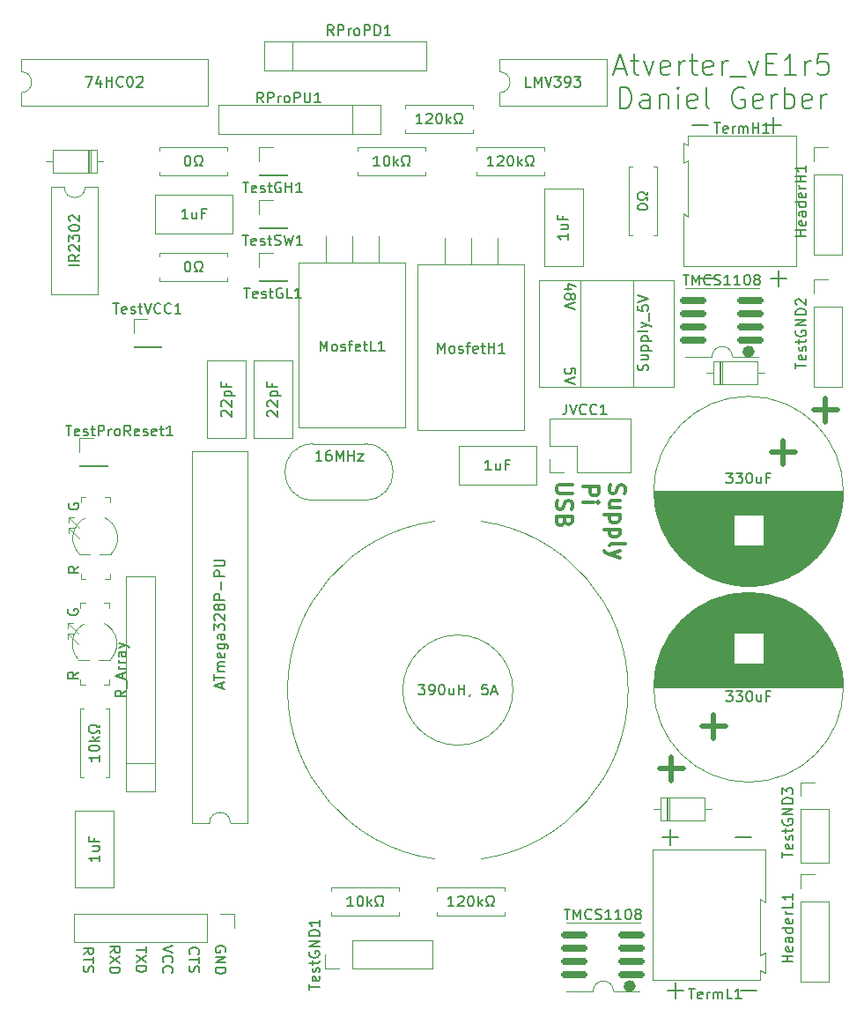
<source format=gto>
G04 #@! TF.GenerationSoftware,KiCad,Pcbnew,(6.0.6-0)*
G04 #@! TF.CreationDate,2022-10-13T17:11:31-07:00*
G04 #@! TF.ProjectId,Atverter_vE1r5,41747665-7274-4657-925f-76453172352e,rev?*
G04 #@! TF.SameCoordinates,Original*
G04 #@! TF.FileFunction,Legend,Top*
G04 #@! TF.FilePolarity,Positive*
%FSLAX46Y46*%
G04 Gerber Fmt 4.6, Leading zero omitted, Abs format (unit mm)*
G04 Created by KiCad (PCBNEW (6.0.6-0)) date 2022-10-13 17:11:31*
%MOMM*%
%LPD*%
G01*
G04 APERTURE LIST*
G04 Aperture macros list*
%AMRoundRect*
0 Rectangle with rounded corners*
0 $1 Rounding radius*
0 $2 $3 $4 $5 $6 $7 $8 $9 X,Y pos of 4 corners*
0 Add a 4 corners polygon primitive as box body*
4,1,4,$2,$3,$4,$5,$6,$7,$8,$9,$2,$3,0*
0 Add four circle primitives for the rounded corners*
1,1,$1+$1,$2,$3*
1,1,$1+$1,$4,$5*
1,1,$1+$1,$6,$7*
1,1,$1+$1,$8,$9*
0 Add four rect primitives between the rounded corners*
20,1,$1+$1,$2,$3,$4,$5,0*
20,1,$1+$1,$4,$5,$6,$7,0*
20,1,$1+$1,$6,$7,$8,$9,0*
20,1,$1+$1,$8,$9,$2,$3,0*%
G04 Aperture macros list end*
%ADD10C,0.304800*%
%ADD11C,0.152400*%
%ADD12C,0.150000*%
%ADD13C,0.500000*%
%ADD14C,0.120000*%
%ADD15C,0.568000*%
%ADD16C,0.100000*%
%ADD17R,1.700000X1.700000*%
%ADD18C,1.600000*%
%ADD19O,1.600000X1.600000*%
%ADD20C,4.000000*%
%ADD21O,3.500000X3.500000*%
%ADD22R,1.905000X2.000000*%
%ADD23O,1.905000X2.000000*%
%ADD24O,1.700000X1.700000*%
%ADD25R,2.400000X2.400000*%
%ADD26C,2.400000*%
%ADD27RoundRect,0.150000X1.100000X0.150000X-1.100000X0.150000X-1.100000X-0.150000X1.100000X-0.150000X0*%
%ADD28R,1.600000X1.600000*%
%ADD29C,2.100000*%
%ADD30R,1.600000X2.400000*%
%ADD31O,1.600000X2.400000*%
%ADD32C,1.500000*%
%ADD33R,2.400000X1.600000*%
%ADD34O,2.400000X1.600000*%
%ADD35R,1.980000X3.960000*%
%ADD36O,1.980000X3.960000*%
%ADD37R,2.000000X1.905000*%
%ADD38O,2.000000X1.905000*%
G04 APERTURE END LIST*
D10*
X123843142Y-86940571D02*
X123770571Y-87158285D01*
X123770571Y-87521142D01*
X123843142Y-87666285D01*
X123915714Y-87738857D01*
X124060857Y-87811428D01*
X124206000Y-87811428D01*
X124351142Y-87738857D01*
X124423714Y-87666285D01*
X124496285Y-87521142D01*
X124568857Y-87230857D01*
X124641428Y-87085714D01*
X124714000Y-87013142D01*
X124859142Y-86940571D01*
X125004285Y-86940571D01*
X125149428Y-87013142D01*
X125222000Y-87085714D01*
X125294571Y-87230857D01*
X125294571Y-87593714D01*
X125222000Y-87811428D01*
X124786571Y-89117714D02*
X123770571Y-89117714D01*
X124786571Y-88464571D02*
X123988285Y-88464571D01*
X123843142Y-88537142D01*
X123770571Y-88682285D01*
X123770571Y-88900000D01*
X123843142Y-89045142D01*
X123915714Y-89117714D01*
X124786571Y-89843428D02*
X123262571Y-89843428D01*
X124714000Y-89843428D02*
X124786571Y-89988571D01*
X124786571Y-90278857D01*
X124714000Y-90424000D01*
X124641428Y-90496571D01*
X124496285Y-90569142D01*
X124060857Y-90569142D01*
X123915714Y-90496571D01*
X123843142Y-90424000D01*
X123770571Y-90278857D01*
X123770571Y-89988571D01*
X123843142Y-89843428D01*
X124786571Y-91222285D02*
X123262571Y-91222285D01*
X124714000Y-91222285D02*
X124786571Y-91367428D01*
X124786571Y-91657714D01*
X124714000Y-91802857D01*
X124641428Y-91875428D01*
X124496285Y-91948000D01*
X124060857Y-91948000D01*
X123915714Y-91875428D01*
X123843142Y-91802857D01*
X123770571Y-91657714D01*
X123770571Y-91367428D01*
X123843142Y-91222285D01*
X123770571Y-92818857D02*
X123843142Y-92673714D01*
X123988285Y-92601142D01*
X125294571Y-92601142D01*
X124786571Y-93254285D02*
X123770571Y-93617142D01*
X124786571Y-93980000D02*
X123770571Y-93617142D01*
X123407714Y-93472000D01*
X123335142Y-93399428D01*
X123262571Y-93254285D01*
X121230571Y-87122000D02*
X122754571Y-87122000D01*
X122754571Y-87702571D01*
X122682000Y-87847714D01*
X122609428Y-87920285D01*
X122464285Y-87992857D01*
X122246571Y-87992857D01*
X122101428Y-87920285D01*
X122028857Y-87847714D01*
X121956285Y-87702571D01*
X121956285Y-87122000D01*
X121230571Y-88646000D02*
X122246571Y-88646000D01*
X122754571Y-88646000D02*
X122682000Y-88573428D01*
X122609428Y-88646000D01*
X122682000Y-88718571D01*
X122754571Y-88646000D01*
X122609428Y-88646000D01*
X120214571Y-86920977D02*
X118980857Y-86920977D01*
X118835714Y-86993548D01*
X118763142Y-87066120D01*
X118690571Y-87211262D01*
X118690571Y-87501548D01*
X118763142Y-87646691D01*
X118835714Y-87719262D01*
X118980857Y-87791834D01*
X120214571Y-87791834D01*
X118763142Y-88444977D02*
X118690571Y-88662691D01*
X118690571Y-89025548D01*
X118763142Y-89170691D01*
X118835714Y-89243262D01*
X118980857Y-89315834D01*
X119126000Y-89315834D01*
X119271142Y-89243262D01*
X119343714Y-89170691D01*
X119416285Y-89025548D01*
X119488857Y-88735262D01*
X119561428Y-88590120D01*
X119634000Y-88517548D01*
X119779142Y-88444977D01*
X119924285Y-88444977D01*
X120069428Y-88517548D01*
X120142000Y-88590120D01*
X120214571Y-88735262D01*
X120214571Y-89098120D01*
X120142000Y-89315834D01*
X119488857Y-90476977D02*
X119416285Y-90694691D01*
X119343714Y-90767262D01*
X119198571Y-90839834D01*
X118980857Y-90839834D01*
X118835714Y-90767262D01*
X118763142Y-90694691D01*
X118690571Y-90549548D01*
X118690571Y-89968977D01*
X120214571Y-89968977D01*
X120214571Y-90476977D01*
X120142000Y-90622120D01*
X120069428Y-90694691D01*
X119924285Y-90767262D01*
X119779142Y-90767262D01*
X119634000Y-90694691D01*
X119561428Y-90622120D01*
X119488857Y-90476977D01*
X119488857Y-89968977D01*
D11*
X124334285Y-46983333D02*
X125286666Y-46983333D01*
X124143809Y-47554761D02*
X124810476Y-45554761D01*
X125477142Y-47554761D01*
X125858095Y-46221428D02*
X126620000Y-46221428D01*
X126143809Y-45554761D02*
X126143809Y-47269047D01*
X126239047Y-47459523D01*
X126429523Y-47554761D01*
X126620000Y-47554761D01*
X127096190Y-46221428D02*
X127572380Y-47554761D01*
X128048571Y-46221428D01*
X129572380Y-47459523D02*
X129381904Y-47554761D01*
X129000952Y-47554761D01*
X128810476Y-47459523D01*
X128715238Y-47269047D01*
X128715238Y-46507142D01*
X128810476Y-46316666D01*
X129000952Y-46221428D01*
X129381904Y-46221428D01*
X129572380Y-46316666D01*
X129667619Y-46507142D01*
X129667619Y-46697619D01*
X128715238Y-46888095D01*
X130524761Y-47554761D02*
X130524761Y-46221428D01*
X130524761Y-46602380D02*
X130620000Y-46411904D01*
X130715238Y-46316666D01*
X130905714Y-46221428D01*
X131096190Y-46221428D01*
X131477142Y-46221428D02*
X132239047Y-46221428D01*
X131762857Y-45554761D02*
X131762857Y-47269047D01*
X131858095Y-47459523D01*
X132048571Y-47554761D01*
X132239047Y-47554761D01*
X133667619Y-47459523D02*
X133477142Y-47554761D01*
X133096190Y-47554761D01*
X132905714Y-47459523D01*
X132810476Y-47269047D01*
X132810476Y-46507142D01*
X132905714Y-46316666D01*
X133096190Y-46221428D01*
X133477142Y-46221428D01*
X133667619Y-46316666D01*
X133762857Y-46507142D01*
X133762857Y-46697619D01*
X132810476Y-46888095D01*
X134620000Y-47554761D02*
X134620000Y-46221428D01*
X134620000Y-46602380D02*
X134715238Y-46411904D01*
X134810476Y-46316666D01*
X135000952Y-46221428D01*
X135191428Y-46221428D01*
X135381904Y-47745238D02*
X136905714Y-47745238D01*
X137191428Y-46221428D02*
X137667619Y-47554761D01*
X138143809Y-46221428D01*
X138905714Y-46507142D02*
X139572380Y-46507142D01*
X139858095Y-47554761D02*
X138905714Y-47554761D01*
X138905714Y-45554761D01*
X139858095Y-45554761D01*
X141762857Y-47554761D02*
X140620000Y-47554761D01*
X141191428Y-47554761D02*
X141191428Y-45554761D01*
X141000952Y-45840476D01*
X140810476Y-46030952D01*
X140620000Y-46126190D01*
X142620000Y-47554761D02*
X142620000Y-46221428D01*
X142620000Y-46602380D02*
X142715238Y-46411904D01*
X142810476Y-46316666D01*
X143000952Y-46221428D01*
X143191428Y-46221428D01*
X144810476Y-45554761D02*
X143858095Y-45554761D01*
X143762857Y-46507142D01*
X143858095Y-46411904D01*
X144048571Y-46316666D01*
X144524761Y-46316666D01*
X144715238Y-46411904D01*
X144810476Y-46507142D01*
X144905714Y-46697619D01*
X144905714Y-47173809D01*
X144810476Y-47364285D01*
X144715238Y-47459523D01*
X144524761Y-47554761D01*
X144048571Y-47554761D01*
X143858095Y-47459523D01*
X143762857Y-47364285D01*
X124810476Y-50774761D02*
X124810476Y-48774761D01*
X125286666Y-48774761D01*
X125572380Y-48870000D01*
X125762857Y-49060476D01*
X125858095Y-49250952D01*
X125953333Y-49631904D01*
X125953333Y-49917619D01*
X125858095Y-50298571D01*
X125762857Y-50489047D01*
X125572380Y-50679523D01*
X125286666Y-50774761D01*
X124810476Y-50774761D01*
X127667619Y-50774761D02*
X127667619Y-49727142D01*
X127572380Y-49536666D01*
X127381904Y-49441428D01*
X127000952Y-49441428D01*
X126810476Y-49536666D01*
X127667619Y-50679523D02*
X127477142Y-50774761D01*
X127000952Y-50774761D01*
X126810476Y-50679523D01*
X126715238Y-50489047D01*
X126715238Y-50298571D01*
X126810476Y-50108095D01*
X127000952Y-50012857D01*
X127477142Y-50012857D01*
X127667619Y-49917619D01*
X128620000Y-49441428D02*
X128620000Y-50774761D01*
X128620000Y-49631904D02*
X128715238Y-49536666D01*
X128905714Y-49441428D01*
X129191428Y-49441428D01*
X129381904Y-49536666D01*
X129477142Y-49727142D01*
X129477142Y-50774761D01*
X130429523Y-50774761D02*
X130429523Y-49441428D01*
X130429523Y-48774761D02*
X130334285Y-48870000D01*
X130429523Y-48965238D01*
X130524761Y-48870000D01*
X130429523Y-48774761D01*
X130429523Y-48965238D01*
X132143809Y-50679523D02*
X131953333Y-50774761D01*
X131572380Y-50774761D01*
X131381904Y-50679523D01*
X131286666Y-50489047D01*
X131286666Y-49727142D01*
X131381904Y-49536666D01*
X131572380Y-49441428D01*
X131953333Y-49441428D01*
X132143809Y-49536666D01*
X132239047Y-49727142D01*
X132239047Y-49917619D01*
X131286666Y-50108095D01*
X133381904Y-50774761D02*
X133191428Y-50679523D01*
X133096190Y-50489047D01*
X133096190Y-48774761D01*
X136715238Y-48870000D02*
X136524761Y-48774761D01*
X136239047Y-48774761D01*
X135953333Y-48870000D01*
X135762857Y-49060476D01*
X135667619Y-49250952D01*
X135572380Y-49631904D01*
X135572380Y-49917619D01*
X135667619Y-50298571D01*
X135762857Y-50489047D01*
X135953333Y-50679523D01*
X136239047Y-50774761D01*
X136429523Y-50774761D01*
X136715238Y-50679523D01*
X136810476Y-50584285D01*
X136810476Y-49917619D01*
X136429523Y-49917619D01*
X138429523Y-50679523D02*
X138239047Y-50774761D01*
X137858095Y-50774761D01*
X137667619Y-50679523D01*
X137572380Y-50489047D01*
X137572380Y-49727142D01*
X137667619Y-49536666D01*
X137858095Y-49441428D01*
X138239047Y-49441428D01*
X138429523Y-49536666D01*
X138524761Y-49727142D01*
X138524761Y-49917619D01*
X137572380Y-50108095D01*
X139381904Y-50774761D02*
X139381904Y-49441428D01*
X139381904Y-49822380D02*
X139477142Y-49631904D01*
X139572380Y-49536666D01*
X139762857Y-49441428D01*
X139953333Y-49441428D01*
X140620000Y-50774761D02*
X140620000Y-48774761D01*
X140620000Y-49536666D02*
X140810476Y-49441428D01*
X141191428Y-49441428D01*
X141381904Y-49536666D01*
X141477142Y-49631904D01*
X141572380Y-49822380D01*
X141572380Y-50393809D01*
X141477142Y-50584285D01*
X141381904Y-50679523D01*
X141191428Y-50774761D01*
X140810476Y-50774761D01*
X140620000Y-50679523D01*
X143191428Y-50679523D02*
X143000952Y-50774761D01*
X142620000Y-50774761D01*
X142429523Y-50679523D01*
X142334285Y-50489047D01*
X142334285Y-49727142D01*
X142429523Y-49536666D01*
X142620000Y-49441428D01*
X143000952Y-49441428D01*
X143191428Y-49536666D01*
X143286666Y-49727142D01*
X143286666Y-49917619D01*
X142334285Y-50108095D01*
X144143809Y-50774761D02*
X144143809Y-49441428D01*
X144143809Y-49822380D02*
X144239047Y-49631904D01*
X144334285Y-49536666D01*
X144524761Y-49441428D01*
X144715238Y-49441428D01*
D12*
X88511428Y-62952380D02*
X89082857Y-62952380D01*
X88797142Y-63952380D02*
X88797142Y-62952380D01*
X89797142Y-63904761D02*
X89701904Y-63952380D01*
X89511428Y-63952380D01*
X89416190Y-63904761D01*
X89368571Y-63809523D01*
X89368571Y-63428571D01*
X89416190Y-63333333D01*
X89511428Y-63285714D01*
X89701904Y-63285714D01*
X89797142Y-63333333D01*
X89844761Y-63428571D01*
X89844761Y-63523809D01*
X89368571Y-63619047D01*
X90225714Y-63904761D02*
X90320952Y-63952380D01*
X90511428Y-63952380D01*
X90606666Y-63904761D01*
X90654285Y-63809523D01*
X90654285Y-63761904D01*
X90606666Y-63666666D01*
X90511428Y-63619047D01*
X90368571Y-63619047D01*
X90273333Y-63571428D01*
X90225714Y-63476190D01*
X90225714Y-63428571D01*
X90273333Y-63333333D01*
X90368571Y-63285714D01*
X90511428Y-63285714D01*
X90606666Y-63333333D01*
X90940000Y-63285714D02*
X91320952Y-63285714D01*
X91082857Y-62952380D02*
X91082857Y-63809523D01*
X91130476Y-63904761D01*
X91225714Y-63952380D01*
X91320952Y-63952380D01*
X91606666Y-63904761D02*
X91749523Y-63952380D01*
X91987619Y-63952380D01*
X92082857Y-63904761D01*
X92130476Y-63857142D01*
X92178095Y-63761904D01*
X92178095Y-63666666D01*
X92130476Y-63571428D01*
X92082857Y-63523809D01*
X91987619Y-63476190D01*
X91797142Y-63428571D01*
X91701904Y-63380952D01*
X91654285Y-63333333D01*
X91606666Y-63238095D01*
X91606666Y-63142857D01*
X91654285Y-63047619D01*
X91701904Y-63000000D01*
X91797142Y-62952380D01*
X92035238Y-62952380D01*
X92178095Y-63000000D01*
X92511428Y-62952380D02*
X92749523Y-63952380D01*
X92940000Y-63238095D01*
X93130476Y-63952380D01*
X93368571Y-62952380D01*
X94273333Y-63952380D02*
X93701904Y-63952380D01*
X93987619Y-63952380D02*
X93987619Y-62952380D01*
X93892380Y-63095238D01*
X93797142Y-63190476D01*
X93701904Y-63238095D01*
X74747380Y-112926666D02*
X74747380Y-113498095D01*
X74747380Y-113212380D02*
X73747380Y-113212380D01*
X73890238Y-113307619D01*
X73985476Y-113402857D01*
X74033095Y-113498095D01*
X73747380Y-112307619D02*
X73747380Y-112212380D01*
X73795000Y-112117142D01*
X73842619Y-112069523D01*
X73937857Y-112021904D01*
X74128333Y-111974285D01*
X74366428Y-111974285D01*
X74556904Y-112021904D01*
X74652142Y-112069523D01*
X74699761Y-112117142D01*
X74747380Y-112212380D01*
X74747380Y-112307619D01*
X74699761Y-112402857D01*
X74652142Y-112450476D01*
X74556904Y-112498095D01*
X74366428Y-112545714D01*
X74128333Y-112545714D01*
X73937857Y-112498095D01*
X73842619Y-112450476D01*
X73795000Y-112402857D01*
X73747380Y-112307619D01*
X74747380Y-111545714D02*
X73747380Y-111545714D01*
X74366428Y-111450476D02*
X74747380Y-111164761D01*
X74080714Y-111164761D02*
X74461666Y-111545714D01*
X74747380Y-110783809D02*
X74747380Y-110545714D01*
X74556904Y-110545714D01*
X74509285Y-110640952D01*
X74414047Y-110736190D01*
X74271190Y-110783809D01*
X74033095Y-110783809D01*
X73890238Y-110736190D01*
X73795000Y-110640952D01*
X73747380Y-110498095D01*
X73747380Y-110307619D01*
X73795000Y-110164761D01*
X73890238Y-110069523D01*
X74033095Y-110021904D01*
X74271190Y-110021904D01*
X74414047Y-110069523D01*
X74509285Y-110164761D01*
X74556904Y-110260000D01*
X74747380Y-110260000D01*
X74747380Y-110021904D01*
X105434285Y-106132380D02*
X106053333Y-106132380D01*
X105720000Y-106513333D01*
X105862857Y-106513333D01*
X105958095Y-106560952D01*
X106005714Y-106608571D01*
X106053333Y-106703809D01*
X106053333Y-106941904D01*
X106005714Y-107037142D01*
X105958095Y-107084761D01*
X105862857Y-107132380D01*
X105577142Y-107132380D01*
X105481904Y-107084761D01*
X105434285Y-107037142D01*
X106529523Y-107132380D02*
X106720000Y-107132380D01*
X106815238Y-107084761D01*
X106862857Y-107037142D01*
X106958095Y-106894285D01*
X107005714Y-106703809D01*
X107005714Y-106322857D01*
X106958095Y-106227619D01*
X106910476Y-106180000D01*
X106815238Y-106132380D01*
X106624761Y-106132380D01*
X106529523Y-106180000D01*
X106481904Y-106227619D01*
X106434285Y-106322857D01*
X106434285Y-106560952D01*
X106481904Y-106656190D01*
X106529523Y-106703809D01*
X106624761Y-106751428D01*
X106815238Y-106751428D01*
X106910476Y-106703809D01*
X106958095Y-106656190D01*
X107005714Y-106560952D01*
X107624761Y-106132380D02*
X107720000Y-106132380D01*
X107815238Y-106180000D01*
X107862857Y-106227619D01*
X107910476Y-106322857D01*
X107958095Y-106513333D01*
X107958095Y-106751428D01*
X107910476Y-106941904D01*
X107862857Y-107037142D01*
X107815238Y-107084761D01*
X107720000Y-107132380D01*
X107624761Y-107132380D01*
X107529523Y-107084761D01*
X107481904Y-107037142D01*
X107434285Y-106941904D01*
X107386666Y-106751428D01*
X107386666Y-106513333D01*
X107434285Y-106322857D01*
X107481904Y-106227619D01*
X107529523Y-106180000D01*
X107624761Y-106132380D01*
X108815238Y-106465714D02*
X108815238Y-107132380D01*
X108386666Y-106465714D02*
X108386666Y-106989523D01*
X108434285Y-107084761D01*
X108529523Y-107132380D01*
X108672380Y-107132380D01*
X108767619Y-107084761D01*
X108815238Y-107037142D01*
X109291428Y-107132380D02*
X109291428Y-106132380D01*
X109291428Y-106608571D02*
X109862857Y-106608571D01*
X109862857Y-107132380D02*
X109862857Y-106132380D01*
X110386666Y-107084761D02*
X110386666Y-107132380D01*
X110339047Y-107227619D01*
X110291428Y-107275238D01*
X112053333Y-106132380D02*
X111577142Y-106132380D01*
X111529523Y-106608571D01*
X111577142Y-106560952D01*
X111672380Y-106513333D01*
X111910476Y-106513333D01*
X112005714Y-106560952D01*
X112053333Y-106608571D01*
X112100952Y-106703809D01*
X112100952Y-106941904D01*
X112053333Y-107037142D01*
X112005714Y-107084761D01*
X111910476Y-107132380D01*
X111672380Y-107132380D01*
X111577142Y-107084761D01*
X111529523Y-107037142D01*
X112481904Y-106846666D02*
X112958095Y-106846666D01*
X112386666Y-107132380D02*
X112720000Y-106132380D01*
X113053333Y-107132380D01*
X95988571Y-74112380D02*
X95988571Y-73112380D01*
X96321904Y-73826666D01*
X96655238Y-73112380D01*
X96655238Y-74112380D01*
X97274285Y-74112380D02*
X97179047Y-74064761D01*
X97131428Y-74017142D01*
X97083809Y-73921904D01*
X97083809Y-73636190D01*
X97131428Y-73540952D01*
X97179047Y-73493333D01*
X97274285Y-73445714D01*
X97417142Y-73445714D01*
X97512380Y-73493333D01*
X97560000Y-73540952D01*
X97607619Y-73636190D01*
X97607619Y-73921904D01*
X97560000Y-74017142D01*
X97512380Y-74064761D01*
X97417142Y-74112380D01*
X97274285Y-74112380D01*
X97988571Y-74064761D02*
X98083809Y-74112380D01*
X98274285Y-74112380D01*
X98369523Y-74064761D01*
X98417142Y-73969523D01*
X98417142Y-73921904D01*
X98369523Y-73826666D01*
X98274285Y-73779047D01*
X98131428Y-73779047D01*
X98036190Y-73731428D01*
X97988571Y-73636190D01*
X97988571Y-73588571D01*
X98036190Y-73493333D01*
X98131428Y-73445714D01*
X98274285Y-73445714D01*
X98369523Y-73493333D01*
X98702857Y-73445714D02*
X99083809Y-73445714D01*
X98845714Y-74112380D02*
X98845714Y-73255238D01*
X98893333Y-73160000D01*
X98988571Y-73112380D01*
X99083809Y-73112380D01*
X99798095Y-74064761D02*
X99702857Y-74112380D01*
X99512380Y-74112380D01*
X99417142Y-74064761D01*
X99369523Y-73969523D01*
X99369523Y-73588571D01*
X99417142Y-73493333D01*
X99512380Y-73445714D01*
X99702857Y-73445714D01*
X99798095Y-73493333D01*
X99845714Y-73588571D01*
X99845714Y-73683809D01*
X99369523Y-73779047D01*
X100131428Y-73445714D02*
X100512380Y-73445714D01*
X100274285Y-73112380D02*
X100274285Y-73969523D01*
X100321904Y-74064761D01*
X100417142Y-74112380D01*
X100512380Y-74112380D01*
X101321904Y-74112380D02*
X100845714Y-74112380D01*
X100845714Y-73112380D01*
X102179047Y-74112380D02*
X101607619Y-74112380D01*
X101893333Y-74112380D02*
X101893333Y-73112380D01*
X101798095Y-73255238D01*
X101702857Y-73350476D01*
X101607619Y-73398095D01*
X141692380Y-75804761D02*
X141692380Y-75233333D01*
X142692380Y-75519047D02*
X141692380Y-75519047D01*
X142644761Y-74519047D02*
X142692380Y-74614285D01*
X142692380Y-74804761D01*
X142644761Y-74900000D01*
X142549523Y-74947619D01*
X142168571Y-74947619D01*
X142073333Y-74900000D01*
X142025714Y-74804761D01*
X142025714Y-74614285D01*
X142073333Y-74519047D01*
X142168571Y-74471428D01*
X142263809Y-74471428D01*
X142359047Y-74947619D01*
X142644761Y-74090476D02*
X142692380Y-73995238D01*
X142692380Y-73804761D01*
X142644761Y-73709523D01*
X142549523Y-73661904D01*
X142501904Y-73661904D01*
X142406666Y-73709523D01*
X142359047Y-73804761D01*
X142359047Y-73947619D01*
X142311428Y-74042857D01*
X142216190Y-74090476D01*
X142168571Y-74090476D01*
X142073333Y-74042857D01*
X142025714Y-73947619D01*
X142025714Y-73804761D01*
X142073333Y-73709523D01*
X142025714Y-73376190D02*
X142025714Y-72995238D01*
X141692380Y-73233333D02*
X142549523Y-73233333D01*
X142644761Y-73185714D01*
X142692380Y-73090476D01*
X142692380Y-72995238D01*
X141740000Y-72138095D02*
X141692380Y-72233333D01*
X141692380Y-72376190D01*
X141740000Y-72519047D01*
X141835238Y-72614285D01*
X141930476Y-72661904D01*
X142120952Y-72709523D01*
X142263809Y-72709523D01*
X142454285Y-72661904D01*
X142549523Y-72614285D01*
X142644761Y-72519047D01*
X142692380Y-72376190D01*
X142692380Y-72280952D01*
X142644761Y-72138095D01*
X142597142Y-72090476D01*
X142263809Y-72090476D01*
X142263809Y-72280952D01*
X142692380Y-71661904D02*
X141692380Y-71661904D01*
X142692380Y-71090476D01*
X141692380Y-71090476D01*
X142692380Y-70614285D02*
X141692380Y-70614285D01*
X141692380Y-70376190D01*
X141740000Y-70233333D01*
X141835238Y-70138095D01*
X141930476Y-70090476D01*
X142120952Y-70042857D01*
X142263809Y-70042857D01*
X142454285Y-70090476D01*
X142549523Y-70138095D01*
X142644761Y-70233333D01*
X142692380Y-70376190D01*
X142692380Y-70614285D01*
X141787619Y-69661904D02*
X141740000Y-69614285D01*
X141692380Y-69519047D01*
X141692380Y-69280952D01*
X141740000Y-69185714D01*
X141787619Y-69138095D01*
X141882857Y-69090476D01*
X141978095Y-69090476D01*
X142120952Y-69138095D01*
X142692380Y-69709523D01*
X142692380Y-69090476D01*
X88654285Y-68032380D02*
X89225714Y-68032380D01*
X88940000Y-69032380D02*
X88940000Y-68032380D01*
X89940000Y-68984761D02*
X89844761Y-69032380D01*
X89654285Y-69032380D01*
X89559047Y-68984761D01*
X89511428Y-68889523D01*
X89511428Y-68508571D01*
X89559047Y-68413333D01*
X89654285Y-68365714D01*
X89844761Y-68365714D01*
X89940000Y-68413333D01*
X89987619Y-68508571D01*
X89987619Y-68603809D01*
X89511428Y-68699047D01*
X90368571Y-68984761D02*
X90463809Y-69032380D01*
X90654285Y-69032380D01*
X90749523Y-68984761D01*
X90797142Y-68889523D01*
X90797142Y-68841904D01*
X90749523Y-68746666D01*
X90654285Y-68699047D01*
X90511428Y-68699047D01*
X90416190Y-68651428D01*
X90368571Y-68556190D01*
X90368571Y-68508571D01*
X90416190Y-68413333D01*
X90511428Y-68365714D01*
X90654285Y-68365714D01*
X90749523Y-68413333D01*
X91082857Y-68365714D02*
X91463809Y-68365714D01*
X91225714Y-68032380D02*
X91225714Y-68889523D01*
X91273333Y-68984761D01*
X91368571Y-69032380D01*
X91463809Y-69032380D01*
X92320952Y-68080000D02*
X92225714Y-68032380D01*
X92082857Y-68032380D01*
X91940000Y-68080000D01*
X91844761Y-68175238D01*
X91797142Y-68270476D01*
X91749523Y-68460952D01*
X91749523Y-68603809D01*
X91797142Y-68794285D01*
X91844761Y-68889523D01*
X91940000Y-68984761D01*
X92082857Y-69032380D01*
X92178095Y-69032380D01*
X92320952Y-68984761D01*
X92368571Y-68937142D01*
X92368571Y-68603809D01*
X92178095Y-68603809D01*
X93273333Y-69032380D02*
X92797142Y-69032380D01*
X92797142Y-68032380D01*
X94130476Y-69032380D02*
X93559047Y-69032380D01*
X93844761Y-69032380D02*
X93844761Y-68032380D01*
X93749523Y-68175238D01*
X93654285Y-68270476D01*
X93559047Y-68318095D01*
X83200952Y-55332380D02*
X83296190Y-55332380D01*
X83391428Y-55380000D01*
X83439047Y-55427619D01*
X83486666Y-55522857D01*
X83534285Y-55713333D01*
X83534285Y-55951428D01*
X83486666Y-56141904D01*
X83439047Y-56237142D01*
X83391428Y-56284761D01*
X83296190Y-56332380D01*
X83200952Y-56332380D01*
X83105714Y-56284761D01*
X83058095Y-56237142D01*
X83010476Y-56141904D01*
X82962857Y-55951428D01*
X82962857Y-55713333D01*
X83010476Y-55522857D01*
X83058095Y-55427619D01*
X83105714Y-55380000D01*
X83200952Y-55332380D01*
X83915238Y-56332380D02*
X84153333Y-56332380D01*
X84153333Y-56141904D01*
X84058095Y-56094285D01*
X83962857Y-55999047D01*
X83915238Y-55856190D01*
X83915238Y-55618095D01*
X83962857Y-55475238D01*
X84058095Y-55380000D01*
X84200952Y-55332380D01*
X84391428Y-55332380D01*
X84534285Y-55380000D01*
X84629523Y-55475238D01*
X84677142Y-55618095D01*
X84677142Y-55856190D01*
X84629523Y-55999047D01*
X84534285Y-56094285D01*
X84439047Y-56141904D01*
X84439047Y-56332380D01*
X84677142Y-56332380D01*
X134993333Y-85812380D02*
X135612380Y-85812380D01*
X135279047Y-86193333D01*
X135421904Y-86193333D01*
X135517142Y-86240952D01*
X135564761Y-86288571D01*
X135612380Y-86383809D01*
X135612380Y-86621904D01*
X135564761Y-86717142D01*
X135517142Y-86764761D01*
X135421904Y-86812380D01*
X135136190Y-86812380D01*
X135040952Y-86764761D01*
X134993333Y-86717142D01*
X135945714Y-85812380D02*
X136564761Y-85812380D01*
X136231428Y-86193333D01*
X136374285Y-86193333D01*
X136469523Y-86240952D01*
X136517142Y-86288571D01*
X136564761Y-86383809D01*
X136564761Y-86621904D01*
X136517142Y-86717142D01*
X136469523Y-86764761D01*
X136374285Y-86812380D01*
X136088571Y-86812380D01*
X135993333Y-86764761D01*
X135945714Y-86717142D01*
X137183809Y-85812380D02*
X137279047Y-85812380D01*
X137374285Y-85860000D01*
X137421904Y-85907619D01*
X137469523Y-86002857D01*
X137517142Y-86193333D01*
X137517142Y-86431428D01*
X137469523Y-86621904D01*
X137421904Y-86717142D01*
X137374285Y-86764761D01*
X137279047Y-86812380D01*
X137183809Y-86812380D01*
X137088571Y-86764761D01*
X137040952Y-86717142D01*
X136993333Y-86621904D01*
X136945714Y-86431428D01*
X136945714Y-86193333D01*
X136993333Y-86002857D01*
X137040952Y-85907619D01*
X137088571Y-85860000D01*
X137183809Y-85812380D01*
X138374285Y-86145714D02*
X138374285Y-86812380D01*
X137945714Y-86145714D02*
X137945714Y-86669523D01*
X137993333Y-86764761D01*
X138088571Y-86812380D01*
X138231428Y-86812380D01*
X138326666Y-86764761D01*
X138374285Y-86717142D01*
X139183809Y-86288571D02*
X138850476Y-86288571D01*
X138850476Y-86812380D02*
X138850476Y-85812380D01*
X139326666Y-85812380D01*
D13*
X144565714Y-78613142D02*
X144565714Y-80898857D01*
X143422857Y-79756000D02*
X145708571Y-79756000D01*
X140501714Y-82677142D02*
X140501714Y-84962857D01*
X139358857Y-83820000D02*
X141644571Y-83820000D01*
D12*
X83200952Y-65492380D02*
X83296190Y-65492380D01*
X83391428Y-65540000D01*
X83439047Y-65587619D01*
X83486666Y-65682857D01*
X83534285Y-65873333D01*
X83534285Y-66111428D01*
X83486666Y-66301904D01*
X83439047Y-66397142D01*
X83391428Y-66444761D01*
X83296190Y-66492380D01*
X83200952Y-66492380D01*
X83105714Y-66444761D01*
X83058095Y-66397142D01*
X83010476Y-66301904D01*
X82962857Y-66111428D01*
X82962857Y-65873333D01*
X83010476Y-65682857D01*
X83058095Y-65587619D01*
X83105714Y-65540000D01*
X83200952Y-65492380D01*
X83915238Y-66492380D02*
X84153333Y-66492380D01*
X84153333Y-66301904D01*
X84058095Y-66254285D01*
X83962857Y-66159047D01*
X83915238Y-66016190D01*
X83915238Y-65778095D01*
X83962857Y-65635238D01*
X84058095Y-65540000D01*
X84200952Y-65492380D01*
X84391428Y-65492380D01*
X84534285Y-65540000D01*
X84629523Y-65635238D01*
X84677142Y-65778095D01*
X84677142Y-66016190D01*
X84629523Y-66159047D01*
X84534285Y-66254285D01*
X84439047Y-66301904D01*
X84439047Y-66492380D01*
X84677142Y-66492380D01*
X130881904Y-66762380D02*
X131453333Y-66762380D01*
X131167619Y-67762380D02*
X131167619Y-66762380D01*
X131786666Y-67762380D02*
X131786666Y-66762380D01*
X132120000Y-67476666D01*
X132453333Y-66762380D01*
X132453333Y-67762380D01*
X133500952Y-67667142D02*
X133453333Y-67714761D01*
X133310476Y-67762380D01*
X133215238Y-67762380D01*
X133072380Y-67714761D01*
X132977142Y-67619523D01*
X132929523Y-67524285D01*
X132881904Y-67333809D01*
X132881904Y-67190952D01*
X132929523Y-67000476D01*
X132977142Y-66905238D01*
X133072380Y-66810000D01*
X133215238Y-66762380D01*
X133310476Y-66762380D01*
X133453333Y-66810000D01*
X133500952Y-66857619D01*
X133881904Y-67714761D02*
X134024761Y-67762380D01*
X134262857Y-67762380D01*
X134358095Y-67714761D01*
X134405714Y-67667142D01*
X134453333Y-67571904D01*
X134453333Y-67476666D01*
X134405714Y-67381428D01*
X134358095Y-67333809D01*
X134262857Y-67286190D01*
X134072380Y-67238571D01*
X133977142Y-67190952D01*
X133929523Y-67143333D01*
X133881904Y-67048095D01*
X133881904Y-66952857D01*
X133929523Y-66857619D01*
X133977142Y-66810000D01*
X134072380Y-66762380D01*
X134310476Y-66762380D01*
X134453333Y-66810000D01*
X135405714Y-67762380D02*
X134834285Y-67762380D01*
X135120000Y-67762380D02*
X135120000Y-66762380D01*
X135024761Y-66905238D01*
X134929523Y-67000476D01*
X134834285Y-67048095D01*
X136358095Y-67762380D02*
X135786666Y-67762380D01*
X136072380Y-67762380D02*
X136072380Y-66762380D01*
X135977142Y-66905238D01*
X135881904Y-67000476D01*
X135786666Y-67048095D01*
X136977142Y-66762380D02*
X137072380Y-66762380D01*
X137167619Y-66810000D01*
X137215238Y-66857619D01*
X137262857Y-66952857D01*
X137310476Y-67143333D01*
X137310476Y-67381428D01*
X137262857Y-67571904D01*
X137215238Y-67667142D01*
X137167619Y-67714761D01*
X137072380Y-67762380D01*
X136977142Y-67762380D01*
X136881904Y-67714761D01*
X136834285Y-67667142D01*
X136786666Y-67571904D01*
X136739047Y-67381428D01*
X136739047Y-67143333D01*
X136786666Y-66952857D01*
X136834285Y-66857619D01*
X136881904Y-66810000D01*
X136977142Y-66762380D01*
X137881904Y-67190952D02*
X137786666Y-67143333D01*
X137739047Y-67095714D01*
X137691428Y-67000476D01*
X137691428Y-66952857D01*
X137739047Y-66857619D01*
X137786666Y-66810000D01*
X137881904Y-66762380D01*
X138072380Y-66762380D01*
X138167619Y-66810000D01*
X138215238Y-66857619D01*
X138262857Y-66952857D01*
X138262857Y-67000476D01*
X138215238Y-67095714D01*
X138167619Y-67143333D01*
X138072380Y-67190952D01*
X137881904Y-67190952D01*
X137786666Y-67238571D01*
X137739047Y-67286190D01*
X137691428Y-67381428D01*
X137691428Y-67571904D01*
X137739047Y-67667142D01*
X137786666Y-67714761D01*
X137881904Y-67762380D01*
X138072380Y-67762380D01*
X138167619Y-67714761D01*
X138215238Y-67667142D01*
X138262857Y-67571904D01*
X138262857Y-67381428D01*
X138215238Y-67286190D01*
X138167619Y-67238571D01*
X138072380Y-67190952D01*
X86516666Y-106520476D02*
X86516666Y-106044285D01*
X86802380Y-106615714D02*
X85802380Y-106282380D01*
X86802380Y-105949047D01*
X85802380Y-105758571D02*
X85802380Y-105187142D01*
X86802380Y-105472857D02*
X85802380Y-105472857D01*
X86802380Y-104853809D02*
X86135714Y-104853809D01*
X86230952Y-104853809D02*
X86183333Y-104806190D01*
X86135714Y-104710952D01*
X86135714Y-104568095D01*
X86183333Y-104472857D01*
X86278571Y-104425238D01*
X86802380Y-104425238D01*
X86278571Y-104425238D02*
X86183333Y-104377619D01*
X86135714Y-104282380D01*
X86135714Y-104139523D01*
X86183333Y-104044285D01*
X86278571Y-103996666D01*
X86802380Y-103996666D01*
X86754761Y-103139523D02*
X86802380Y-103234761D01*
X86802380Y-103425238D01*
X86754761Y-103520476D01*
X86659523Y-103568095D01*
X86278571Y-103568095D01*
X86183333Y-103520476D01*
X86135714Y-103425238D01*
X86135714Y-103234761D01*
X86183333Y-103139523D01*
X86278571Y-103091904D01*
X86373809Y-103091904D01*
X86469047Y-103568095D01*
X86135714Y-102234761D02*
X86945238Y-102234761D01*
X87040476Y-102282380D01*
X87088095Y-102330000D01*
X87135714Y-102425238D01*
X87135714Y-102568095D01*
X87088095Y-102663333D01*
X86754761Y-102234761D02*
X86802380Y-102330000D01*
X86802380Y-102520476D01*
X86754761Y-102615714D01*
X86707142Y-102663333D01*
X86611904Y-102710952D01*
X86326190Y-102710952D01*
X86230952Y-102663333D01*
X86183333Y-102615714D01*
X86135714Y-102520476D01*
X86135714Y-102330000D01*
X86183333Y-102234761D01*
X86802380Y-101330000D02*
X86278571Y-101330000D01*
X86183333Y-101377619D01*
X86135714Y-101472857D01*
X86135714Y-101663333D01*
X86183333Y-101758571D01*
X86754761Y-101330000D02*
X86802380Y-101425238D01*
X86802380Y-101663333D01*
X86754761Y-101758571D01*
X86659523Y-101806190D01*
X86564285Y-101806190D01*
X86469047Y-101758571D01*
X86421428Y-101663333D01*
X86421428Y-101425238D01*
X86373809Y-101330000D01*
X85802380Y-100949047D02*
X85802380Y-100330000D01*
X86183333Y-100663333D01*
X86183333Y-100520476D01*
X86230952Y-100425238D01*
X86278571Y-100377619D01*
X86373809Y-100330000D01*
X86611904Y-100330000D01*
X86707142Y-100377619D01*
X86754761Y-100425238D01*
X86802380Y-100520476D01*
X86802380Y-100806190D01*
X86754761Y-100901428D01*
X86707142Y-100949047D01*
X85897619Y-99949047D02*
X85850000Y-99901428D01*
X85802380Y-99806190D01*
X85802380Y-99568095D01*
X85850000Y-99472857D01*
X85897619Y-99425238D01*
X85992857Y-99377619D01*
X86088095Y-99377619D01*
X86230952Y-99425238D01*
X86802380Y-99996666D01*
X86802380Y-99377619D01*
X86230952Y-98806190D02*
X86183333Y-98901428D01*
X86135714Y-98949047D01*
X86040476Y-98996666D01*
X85992857Y-98996666D01*
X85897619Y-98949047D01*
X85850000Y-98901428D01*
X85802380Y-98806190D01*
X85802380Y-98615714D01*
X85850000Y-98520476D01*
X85897619Y-98472857D01*
X85992857Y-98425238D01*
X86040476Y-98425238D01*
X86135714Y-98472857D01*
X86183333Y-98520476D01*
X86230952Y-98615714D01*
X86230952Y-98806190D01*
X86278571Y-98901428D01*
X86326190Y-98949047D01*
X86421428Y-98996666D01*
X86611904Y-98996666D01*
X86707142Y-98949047D01*
X86754761Y-98901428D01*
X86802380Y-98806190D01*
X86802380Y-98615714D01*
X86754761Y-98520476D01*
X86707142Y-98472857D01*
X86611904Y-98425238D01*
X86421428Y-98425238D01*
X86326190Y-98472857D01*
X86278571Y-98520476D01*
X86230952Y-98615714D01*
X86802380Y-97996666D02*
X85802380Y-97996666D01*
X85802380Y-97615714D01*
X85850000Y-97520476D01*
X85897619Y-97472857D01*
X85992857Y-97425238D01*
X86135714Y-97425238D01*
X86230952Y-97472857D01*
X86278571Y-97520476D01*
X86326190Y-97615714D01*
X86326190Y-97996666D01*
X86421428Y-96996666D02*
X86421428Y-96234761D01*
X86802380Y-95758571D02*
X85802380Y-95758571D01*
X85802380Y-95377619D01*
X85850000Y-95282380D01*
X85897619Y-95234761D01*
X85992857Y-95187142D01*
X86135714Y-95187142D01*
X86230952Y-95234761D01*
X86278571Y-95282380D01*
X86326190Y-95377619D01*
X86326190Y-95758571D01*
X85802380Y-94758571D02*
X86611904Y-94758571D01*
X86707142Y-94710952D01*
X86754761Y-94663333D01*
X86802380Y-94568095D01*
X86802380Y-94377619D01*
X86754761Y-94282380D01*
X86707142Y-94234761D01*
X86611904Y-94187142D01*
X85802380Y-94187142D01*
X74747380Y-122555238D02*
X74747380Y-123126666D01*
X74747380Y-122840952D02*
X73747380Y-122840952D01*
X73890238Y-122936190D01*
X73985476Y-123031428D01*
X74033095Y-123126666D01*
X74080714Y-121698095D02*
X74747380Y-121698095D01*
X74080714Y-122126666D02*
X74604523Y-122126666D01*
X74699761Y-122079047D01*
X74747380Y-121983809D01*
X74747380Y-121840952D01*
X74699761Y-121745714D01*
X74652142Y-121698095D01*
X74223571Y-120888571D02*
X74223571Y-121221904D01*
X74747380Y-121221904D02*
X73747380Y-121221904D01*
X73747380Y-120745714D01*
X108847142Y-127452380D02*
X108275714Y-127452380D01*
X108561428Y-127452380D02*
X108561428Y-126452380D01*
X108466190Y-126595238D01*
X108370952Y-126690476D01*
X108275714Y-126738095D01*
X109228095Y-126547619D02*
X109275714Y-126500000D01*
X109370952Y-126452380D01*
X109609047Y-126452380D01*
X109704285Y-126500000D01*
X109751904Y-126547619D01*
X109799523Y-126642857D01*
X109799523Y-126738095D01*
X109751904Y-126880952D01*
X109180476Y-127452380D01*
X109799523Y-127452380D01*
X110418571Y-126452380D02*
X110513809Y-126452380D01*
X110609047Y-126500000D01*
X110656666Y-126547619D01*
X110704285Y-126642857D01*
X110751904Y-126833333D01*
X110751904Y-127071428D01*
X110704285Y-127261904D01*
X110656666Y-127357142D01*
X110609047Y-127404761D01*
X110513809Y-127452380D01*
X110418571Y-127452380D01*
X110323333Y-127404761D01*
X110275714Y-127357142D01*
X110228095Y-127261904D01*
X110180476Y-127071428D01*
X110180476Y-126833333D01*
X110228095Y-126642857D01*
X110275714Y-126547619D01*
X110323333Y-126500000D01*
X110418571Y-126452380D01*
X111180476Y-127452380D02*
X111180476Y-126452380D01*
X111275714Y-127071428D02*
X111561428Y-127452380D01*
X111561428Y-126785714D02*
X111180476Y-127166666D01*
X111942380Y-127452380D02*
X112180476Y-127452380D01*
X112180476Y-127261904D01*
X112085238Y-127214285D01*
X111990000Y-127119047D01*
X111942380Y-126976190D01*
X111942380Y-126738095D01*
X111990000Y-126595238D01*
X112085238Y-126500000D01*
X112228095Y-126452380D01*
X112418571Y-126452380D01*
X112561428Y-126500000D01*
X112656666Y-126595238D01*
X112704285Y-126738095D01*
X112704285Y-126976190D01*
X112656666Y-127119047D01*
X112561428Y-127214285D01*
X112466190Y-127261904D01*
X112466190Y-127452380D01*
X112704285Y-127452380D01*
X77287380Y-106727380D02*
X76811190Y-107060714D01*
X77287380Y-107298809D02*
X76287380Y-107298809D01*
X76287380Y-106917857D01*
X76335000Y-106822619D01*
X76382619Y-106775000D01*
X76477857Y-106727380D01*
X76620714Y-106727380D01*
X76715952Y-106775000D01*
X76763571Y-106822619D01*
X76811190Y-106917857D01*
X76811190Y-107298809D01*
X77382619Y-106536904D02*
X77382619Y-105775000D01*
X77001666Y-105584523D02*
X77001666Y-105108333D01*
X77287380Y-105679761D02*
X76287380Y-105346428D01*
X77287380Y-105013095D01*
X77287380Y-104679761D02*
X76620714Y-104679761D01*
X76811190Y-104679761D02*
X76715952Y-104632142D01*
X76668333Y-104584523D01*
X76620714Y-104489285D01*
X76620714Y-104394047D01*
X77287380Y-104060714D02*
X76620714Y-104060714D01*
X76811190Y-104060714D02*
X76715952Y-104013095D01*
X76668333Y-103965476D01*
X76620714Y-103870238D01*
X76620714Y-103775000D01*
X77287380Y-103013095D02*
X76763571Y-103013095D01*
X76668333Y-103060714D01*
X76620714Y-103155952D01*
X76620714Y-103346428D01*
X76668333Y-103441666D01*
X77239761Y-103013095D02*
X77287380Y-103108333D01*
X77287380Y-103346428D01*
X77239761Y-103441666D01*
X77144523Y-103489285D01*
X77049285Y-103489285D01*
X76954047Y-103441666D01*
X76906428Y-103346428D01*
X76906428Y-103108333D01*
X76858809Y-103013095D01*
X76620714Y-102632142D02*
X77287380Y-102394047D01*
X76620714Y-102155952D02*
X77287380Y-102394047D01*
X77525476Y-102489285D01*
X77573095Y-102536904D01*
X77620714Y-102632142D01*
X71763000Y-98925095D02*
X71715380Y-99020333D01*
X71715380Y-99163190D01*
X71763000Y-99306047D01*
X71858238Y-99401285D01*
X71953476Y-99448904D01*
X72143952Y-99496523D01*
X72286809Y-99496523D01*
X72477285Y-99448904D01*
X72572523Y-99401285D01*
X72667761Y-99306047D01*
X72715380Y-99163190D01*
X72715380Y-99067952D01*
X72667761Y-98925095D01*
X72620142Y-98877476D01*
X72286809Y-98877476D01*
X72286809Y-99067952D01*
X72715380Y-104973476D02*
X72239190Y-105306809D01*
X72715380Y-105544904D02*
X71715380Y-105544904D01*
X71715380Y-105163952D01*
X71763000Y-105068714D01*
X71810619Y-105021095D01*
X71905857Y-104973476D01*
X72048714Y-104973476D01*
X72143952Y-105021095D01*
X72191571Y-105068714D01*
X72239190Y-105163952D01*
X72239190Y-105544904D01*
X119832380Y-62825238D02*
X119832380Y-63396666D01*
X119832380Y-63110952D02*
X118832380Y-63110952D01*
X118975238Y-63206190D01*
X119070476Y-63301428D01*
X119118095Y-63396666D01*
X119165714Y-61968095D02*
X119832380Y-61968095D01*
X119165714Y-62396666D02*
X119689523Y-62396666D01*
X119784761Y-62349047D01*
X119832380Y-62253809D01*
X119832380Y-62110952D01*
X119784761Y-62015714D01*
X119737142Y-61968095D01*
X119308571Y-61158571D02*
X119308571Y-61491904D01*
X119832380Y-61491904D02*
X118832380Y-61491904D01*
X118832380Y-61015714D01*
X73414285Y-47727380D02*
X74080952Y-47727380D01*
X73652380Y-48727380D01*
X74890476Y-48060714D02*
X74890476Y-48727380D01*
X74652380Y-47679761D02*
X74414285Y-48394047D01*
X75033333Y-48394047D01*
X75414285Y-48727380D02*
X75414285Y-47727380D01*
X75414285Y-48203571D02*
X75985714Y-48203571D01*
X75985714Y-48727380D02*
X75985714Y-47727380D01*
X77033333Y-48632142D02*
X76985714Y-48679761D01*
X76842857Y-48727380D01*
X76747619Y-48727380D01*
X76604761Y-48679761D01*
X76509523Y-48584523D01*
X76461904Y-48489285D01*
X76414285Y-48298809D01*
X76414285Y-48155952D01*
X76461904Y-47965476D01*
X76509523Y-47870238D01*
X76604761Y-47775000D01*
X76747619Y-47727380D01*
X76842857Y-47727380D01*
X76985714Y-47775000D01*
X77033333Y-47822619D01*
X77652380Y-47727380D02*
X77747619Y-47727380D01*
X77842857Y-47775000D01*
X77890476Y-47822619D01*
X77938095Y-47917857D01*
X77985714Y-48108333D01*
X77985714Y-48346428D01*
X77938095Y-48536904D01*
X77890476Y-48632142D01*
X77842857Y-48679761D01*
X77747619Y-48727380D01*
X77652380Y-48727380D01*
X77557142Y-48679761D01*
X77509523Y-48632142D01*
X77461904Y-48536904D01*
X77414285Y-48346428D01*
X77414285Y-48108333D01*
X77461904Y-47917857D01*
X77509523Y-47822619D01*
X77557142Y-47775000D01*
X77652380Y-47727380D01*
X78366666Y-47822619D02*
X78414285Y-47775000D01*
X78509523Y-47727380D01*
X78747619Y-47727380D01*
X78842857Y-47775000D01*
X78890476Y-47822619D01*
X78938095Y-47917857D01*
X78938095Y-48013095D01*
X78890476Y-48155952D01*
X78319047Y-48727380D01*
X78938095Y-48727380D01*
X72780750Y-94813476D02*
X72304560Y-95146809D01*
X72780750Y-95384904D02*
X71780750Y-95384904D01*
X71780750Y-95003952D01*
X71828370Y-94908714D01*
X71875989Y-94861095D01*
X71971227Y-94813476D01*
X72114084Y-94813476D01*
X72209322Y-94861095D01*
X72256941Y-94908714D01*
X72304560Y-95003952D01*
X72304560Y-95384904D01*
X71828370Y-88765095D02*
X71780750Y-88860333D01*
X71780750Y-89003190D01*
X71828370Y-89146047D01*
X71923608Y-89241285D01*
X72018846Y-89288904D01*
X72209322Y-89336523D01*
X72352179Y-89336523D01*
X72542655Y-89288904D01*
X72637893Y-89241285D01*
X72733131Y-89146047D01*
X72780750Y-89003190D01*
X72780750Y-88907952D01*
X72733131Y-88765095D01*
X72685512Y-88717476D01*
X72352179Y-88717476D01*
X72352179Y-88907952D01*
X107299523Y-74302380D02*
X107299523Y-73302380D01*
X107632857Y-74016666D01*
X107966190Y-73302380D01*
X107966190Y-74302380D01*
X108585238Y-74302380D02*
X108490000Y-74254761D01*
X108442380Y-74207142D01*
X108394761Y-74111904D01*
X108394761Y-73826190D01*
X108442380Y-73730952D01*
X108490000Y-73683333D01*
X108585238Y-73635714D01*
X108728095Y-73635714D01*
X108823333Y-73683333D01*
X108870952Y-73730952D01*
X108918571Y-73826190D01*
X108918571Y-74111904D01*
X108870952Y-74207142D01*
X108823333Y-74254761D01*
X108728095Y-74302380D01*
X108585238Y-74302380D01*
X109299523Y-74254761D02*
X109394761Y-74302380D01*
X109585238Y-74302380D01*
X109680476Y-74254761D01*
X109728095Y-74159523D01*
X109728095Y-74111904D01*
X109680476Y-74016666D01*
X109585238Y-73969047D01*
X109442380Y-73969047D01*
X109347142Y-73921428D01*
X109299523Y-73826190D01*
X109299523Y-73778571D01*
X109347142Y-73683333D01*
X109442380Y-73635714D01*
X109585238Y-73635714D01*
X109680476Y-73683333D01*
X110013809Y-73635714D02*
X110394761Y-73635714D01*
X110156666Y-74302380D02*
X110156666Y-73445238D01*
X110204285Y-73350000D01*
X110299523Y-73302380D01*
X110394761Y-73302380D01*
X111109047Y-74254761D02*
X111013809Y-74302380D01*
X110823333Y-74302380D01*
X110728095Y-74254761D01*
X110680476Y-74159523D01*
X110680476Y-73778571D01*
X110728095Y-73683333D01*
X110823333Y-73635714D01*
X111013809Y-73635714D01*
X111109047Y-73683333D01*
X111156666Y-73778571D01*
X111156666Y-73873809D01*
X110680476Y-73969047D01*
X111442380Y-73635714D02*
X111823333Y-73635714D01*
X111585238Y-73302380D02*
X111585238Y-74159523D01*
X111632857Y-74254761D01*
X111728095Y-74302380D01*
X111823333Y-74302380D01*
X112156666Y-74302380D02*
X112156666Y-73302380D01*
X112156666Y-73778571D02*
X112728095Y-73778571D01*
X112728095Y-74302380D02*
X112728095Y-73302380D01*
X113728095Y-74302380D02*
X113156666Y-74302380D01*
X113442380Y-74302380D02*
X113442380Y-73302380D01*
X113347142Y-73445238D01*
X113251904Y-73540476D01*
X113156666Y-73588095D01*
X86542619Y-80382857D02*
X86495000Y-80335238D01*
X86447380Y-80240000D01*
X86447380Y-80001904D01*
X86495000Y-79906666D01*
X86542619Y-79859047D01*
X86637857Y-79811428D01*
X86733095Y-79811428D01*
X86875952Y-79859047D01*
X87447380Y-80430476D01*
X87447380Y-79811428D01*
X86542619Y-79430476D02*
X86495000Y-79382857D01*
X86447380Y-79287619D01*
X86447380Y-79049523D01*
X86495000Y-78954285D01*
X86542619Y-78906666D01*
X86637857Y-78859047D01*
X86733095Y-78859047D01*
X86875952Y-78906666D01*
X87447380Y-79478095D01*
X87447380Y-78859047D01*
X86780714Y-78430476D02*
X87780714Y-78430476D01*
X86828333Y-78430476D02*
X86780714Y-78335238D01*
X86780714Y-78144761D01*
X86828333Y-78049523D01*
X86875952Y-78001904D01*
X86971190Y-77954285D01*
X87256904Y-77954285D01*
X87352142Y-78001904D01*
X87399761Y-78049523D01*
X87447380Y-78144761D01*
X87447380Y-78335238D01*
X87399761Y-78430476D01*
X86923571Y-77192380D02*
X86923571Y-77525714D01*
X87447380Y-77525714D02*
X86447380Y-77525714D01*
X86447380Y-77049523D01*
X119650095Y-79208380D02*
X119650095Y-79922666D01*
X119602476Y-80065523D01*
X119507238Y-80160761D01*
X119364380Y-80208380D01*
X119269142Y-80208380D01*
X119983428Y-79208380D02*
X120316761Y-80208380D01*
X120650095Y-79208380D01*
X121554857Y-80113142D02*
X121507238Y-80160761D01*
X121364380Y-80208380D01*
X121269142Y-80208380D01*
X121126285Y-80160761D01*
X121031047Y-80065523D01*
X120983428Y-79970285D01*
X120935809Y-79779809D01*
X120935809Y-79636952D01*
X120983428Y-79446476D01*
X121031047Y-79351238D01*
X121126285Y-79256000D01*
X121269142Y-79208380D01*
X121364380Y-79208380D01*
X121507238Y-79256000D01*
X121554857Y-79303619D01*
X122554857Y-80113142D02*
X122507238Y-80160761D01*
X122364380Y-80208380D01*
X122269142Y-80208380D01*
X122126285Y-80160761D01*
X122031047Y-80065523D01*
X121983428Y-79970285D01*
X121935809Y-79779809D01*
X121935809Y-79636952D01*
X121983428Y-79446476D01*
X122031047Y-79351238D01*
X122126285Y-79256000D01*
X122269142Y-79208380D01*
X122364380Y-79208380D01*
X122507238Y-79256000D01*
X122554857Y-79303619D01*
X123507238Y-80208380D02*
X122935809Y-80208380D01*
X123221523Y-80208380D02*
X123221523Y-79208380D01*
X123126285Y-79351238D01*
X123031047Y-79446476D01*
X122935809Y-79494095D01*
X99163333Y-127452380D02*
X98591904Y-127452380D01*
X98877619Y-127452380D02*
X98877619Y-126452380D01*
X98782380Y-126595238D01*
X98687142Y-126690476D01*
X98591904Y-126738095D01*
X99782380Y-126452380D02*
X99877619Y-126452380D01*
X99972857Y-126500000D01*
X100020476Y-126547619D01*
X100068095Y-126642857D01*
X100115714Y-126833333D01*
X100115714Y-127071428D01*
X100068095Y-127261904D01*
X100020476Y-127357142D01*
X99972857Y-127404761D01*
X99877619Y-127452380D01*
X99782380Y-127452380D01*
X99687142Y-127404761D01*
X99639523Y-127357142D01*
X99591904Y-127261904D01*
X99544285Y-127071428D01*
X99544285Y-126833333D01*
X99591904Y-126642857D01*
X99639523Y-126547619D01*
X99687142Y-126500000D01*
X99782380Y-126452380D01*
X100544285Y-127452380D02*
X100544285Y-126452380D01*
X100639523Y-127071428D02*
X100925238Y-127452380D01*
X100925238Y-126785714D02*
X100544285Y-127166666D01*
X101306190Y-127452380D02*
X101544285Y-127452380D01*
X101544285Y-127261904D01*
X101449047Y-127214285D01*
X101353809Y-127119047D01*
X101306190Y-126976190D01*
X101306190Y-126738095D01*
X101353809Y-126595238D01*
X101449047Y-126500000D01*
X101591904Y-126452380D01*
X101782380Y-126452380D01*
X101925238Y-126500000D01*
X102020476Y-126595238D01*
X102068095Y-126738095D01*
X102068095Y-126976190D01*
X102020476Y-127119047D01*
X101925238Y-127214285D01*
X101830000Y-127261904D01*
X101830000Y-127452380D01*
X102068095Y-127452380D01*
X116244952Y-48727380D02*
X115768761Y-48727380D01*
X115768761Y-47727380D01*
X116578285Y-48727380D02*
X116578285Y-47727380D01*
X116911619Y-48441666D01*
X117244952Y-47727380D01*
X117244952Y-48727380D01*
X117578285Y-47727380D02*
X117911619Y-48727380D01*
X118244952Y-47727380D01*
X118483047Y-47727380D02*
X119102095Y-47727380D01*
X118768761Y-48108333D01*
X118911619Y-48108333D01*
X119006857Y-48155952D01*
X119054476Y-48203571D01*
X119102095Y-48298809D01*
X119102095Y-48536904D01*
X119054476Y-48632142D01*
X119006857Y-48679761D01*
X118911619Y-48727380D01*
X118625904Y-48727380D01*
X118530666Y-48679761D01*
X118483047Y-48632142D01*
X119578285Y-48727380D02*
X119768761Y-48727380D01*
X119864000Y-48679761D01*
X119911619Y-48632142D01*
X120006857Y-48489285D01*
X120054476Y-48298809D01*
X120054476Y-47917857D01*
X120006857Y-47822619D01*
X119959238Y-47775000D01*
X119864000Y-47727380D01*
X119673523Y-47727380D01*
X119578285Y-47775000D01*
X119530666Y-47822619D01*
X119483047Y-47917857D01*
X119483047Y-48155952D01*
X119530666Y-48251190D01*
X119578285Y-48298809D01*
X119673523Y-48346428D01*
X119864000Y-48346428D01*
X119959238Y-48298809D01*
X120006857Y-48251190D01*
X120054476Y-48155952D01*
X120387809Y-47727380D02*
X121006857Y-47727380D01*
X120673523Y-48108333D01*
X120816380Y-48108333D01*
X120911619Y-48155952D01*
X120959238Y-48203571D01*
X121006857Y-48298809D01*
X121006857Y-48536904D01*
X120959238Y-48632142D01*
X120911619Y-48679761D01*
X120816380Y-48727380D01*
X120530666Y-48727380D01*
X120435428Y-48679761D01*
X120387809Y-48632142D01*
X105799142Y-52268380D02*
X105227714Y-52268380D01*
X105513428Y-52268380D02*
X105513428Y-51268380D01*
X105418190Y-51411238D01*
X105322952Y-51506476D01*
X105227714Y-51554095D01*
X106180095Y-51363619D02*
X106227714Y-51316000D01*
X106322952Y-51268380D01*
X106561047Y-51268380D01*
X106656285Y-51316000D01*
X106703904Y-51363619D01*
X106751523Y-51458857D01*
X106751523Y-51554095D01*
X106703904Y-51696952D01*
X106132476Y-52268380D01*
X106751523Y-52268380D01*
X107370571Y-51268380D02*
X107465809Y-51268380D01*
X107561047Y-51316000D01*
X107608666Y-51363619D01*
X107656285Y-51458857D01*
X107703904Y-51649333D01*
X107703904Y-51887428D01*
X107656285Y-52077904D01*
X107608666Y-52173142D01*
X107561047Y-52220761D01*
X107465809Y-52268380D01*
X107370571Y-52268380D01*
X107275333Y-52220761D01*
X107227714Y-52173142D01*
X107180095Y-52077904D01*
X107132476Y-51887428D01*
X107132476Y-51649333D01*
X107180095Y-51458857D01*
X107227714Y-51363619D01*
X107275333Y-51316000D01*
X107370571Y-51268380D01*
X108132476Y-52268380D02*
X108132476Y-51268380D01*
X108227714Y-51887428D02*
X108513428Y-52268380D01*
X108513428Y-51601714D02*
X108132476Y-51982666D01*
X108894380Y-52268380D02*
X109132476Y-52268380D01*
X109132476Y-52077904D01*
X109037238Y-52030285D01*
X108942000Y-51935047D01*
X108894380Y-51792190D01*
X108894380Y-51554095D01*
X108942000Y-51411238D01*
X109037238Y-51316000D01*
X109180095Y-51268380D01*
X109370571Y-51268380D01*
X109513428Y-51316000D01*
X109608666Y-51411238D01*
X109656285Y-51554095D01*
X109656285Y-51792190D01*
X109608666Y-51935047D01*
X109513428Y-52030285D01*
X109418190Y-52077904D01*
X109418190Y-52268380D01*
X109656285Y-52268380D01*
X96139523Y-84653380D02*
X95568095Y-84653380D01*
X95853809Y-84653380D02*
X95853809Y-83653380D01*
X95758571Y-83796238D01*
X95663333Y-83891476D01*
X95568095Y-83939095D01*
X96996666Y-83653380D02*
X96806190Y-83653380D01*
X96710952Y-83701000D01*
X96663333Y-83748619D01*
X96568095Y-83891476D01*
X96520476Y-84081952D01*
X96520476Y-84462904D01*
X96568095Y-84558142D01*
X96615714Y-84605761D01*
X96710952Y-84653380D01*
X96901428Y-84653380D01*
X96996666Y-84605761D01*
X97044285Y-84558142D01*
X97091904Y-84462904D01*
X97091904Y-84224809D01*
X97044285Y-84129571D01*
X96996666Y-84081952D01*
X96901428Y-84034333D01*
X96710952Y-84034333D01*
X96615714Y-84081952D01*
X96568095Y-84129571D01*
X96520476Y-84224809D01*
X97520476Y-84653380D02*
X97520476Y-83653380D01*
X97853809Y-84367666D01*
X98187142Y-83653380D01*
X98187142Y-84653380D01*
X98663333Y-84653380D02*
X98663333Y-83653380D01*
X98663333Y-84129571D02*
X99234761Y-84129571D01*
X99234761Y-84653380D02*
X99234761Y-83653380D01*
X99615714Y-83986714D02*
X100139523Y-83986714D01*
X99615714Y-84653380D01*
X100139523Y-84653380D01*
X97266428Y-43772380D02*
X96933095Y-43296190D01*
X96695000Y-43772380D02*
X96695000Y-42772380D01*
X97075952Y-42772380D01*
X97171190Y-42820000D01*
X97218809Y-42867619D01*
X97266428Y-42962857D01*
X97266428Y-43105714D01*
X97218809Y-43200952D01*
X97171190Y-43248571D01*
X97075952Y-43296190D01*
X96695000Y-43296190D01*
X97695000Y-43772380D02*
X97695000Y-42772380D01*
X98075952Y-42772380D01*
X98171190Y-42820000D01*
X98218809Y-42867619D01*
X98266428Y-42962857D01*
X98266428Y-43105714D01*
X98218809Y-43200952D01*
X98171190Y-43248571D01*
X98075952Y-43296190D01*
X97695000Y-43296190D01*
X98695000Y-43772380D02*
X98695000Y-43105714D01*
X98695000Y-43296190D02*
X98742619Y-43200952D01*
X98790238Y-43153333D01*
X98885476Y-43105714D01*
X98980714Y-43105714D01*
X99456904Y-43772380D02*
X99361666Y-43724761D01*
X99314047Y-43677142D01*
X99266428Y-43581904D01*
X99266428Y-43296190D01*
X99314047Y-43200952D01*
X99361666Y-43153333D01*
X99456904Y-43105714D01*
X99599761Y-43105714D01*
X99695000Y-43153333D01*
X99742619Y-43200952D01*
X99790238Y-43296190D01*
X99790238Y-43581904D01*
X99742619Y-43677142D01*
X99695000Y-43724761D01*
X99599761Y-43772380D01*
X99456904Y-43772380D01*
X100218809Y-43772380D02*
X100218809Y-42772380D01*
X100599761Y-42772380D01*
X100695000Y-42820000D01*
X100742619Y-42867619D01*
X100790238Y-42962857D01*
X100790238Y-43105714D01*
X100742619Y-43200952D01*
X100695000Y-43248571D01*
X100599761Y-43296190D01*
X100218809Y-43296190D01*
X101218809Y-43772380D02*
X101218809Y-42772380D01*
X101456904Y-42772380D01*
X101599761Y-42820000D01*
X101695000Y-42915238D01*
X101742619Y-43010476D01*
X101790238Y-43200952D01*
X101790238Y-43343809D01*
X101742619Y-43534285D01*
X101695000Y-43629523D01*
X101599761Y-43724761D01*
X101456904Y-43772380D01*
X101218809Y-43772380D01*
X102742619Y-43772380D02*
X102171190Y-43772380D01*
X102456904Y-43772380D02*
X102456904Y-42772380D01*
X102361666Y-42915238D01*
X102266428Y-43010476D01*
X102171190Y-43058095D01*
X112434761Y-85542380D02*
X111863333Y-85542380D01*
X112149047Y-85542380D02*
X112149047Y-84542380D01*
X112053809Y-84685238D01*
X111958571Y-84780476D01*
X111863333Y-84828095D01*
X113291904Y-84875714D02*
X113291904Y-85542380D01*
X112863333Y-84875714D02*
X112863333Y-85399523D01*
X112910952Y-85494761D01*
X113006190Y-85542380D01*
X113149047Y-85542380D01*
X113244285Y-85494761D01*
X113291904Y-85447142D01*
X114101428Y-85018571D02*
X113768095Y-85018571D01*
X113768095Y-85542380D02*
X113768095Y-84542380D01*
X114244285Y-84542380D01*
X76065476Y-69512380D02*
X76636904Y-69512380D01*
X76351190Y-70512380D02*
X76351190Y-69512380D01*
X77351190Y-70464761D02*
X77255952Y-70512380D01*
X77065476Y-70512380D01*
X76970238Y-70464761D01*
X76922619Y-70369523D01*
X76922619Y-69988571D01*
X76970238Y-69893333D01*
X77065476Y-69845714D01*
X77255952Y-69845714D01*
X77351190Y-69893333D01*
X77398809Y-69988571D01*
X77398809Y-70083809D01*
X76922619Y-70179047D01*
X77779761Y-70464761D02*
X77875000Y-70512380D01*
X78065476Y-70512380D01*
X78160714Y-70464761D01*
X78208333Y-70369523D01*
X78208333Y-70321904D01*
X78160714Y-70226666D01*
X78065476Y-70179047D01*
X77922619Y-70179047D01*
X77827380Y-70131428D01*
X77779761Y-70036190D01*
X77779761Y-69988571D01*
X77827380Y-69893333D01*
X77922619Y-69845714D01*
X78065476Y-69845714D01*
X78160714Y-69893333D01*
X78494047Y-69845714D02*
X78875000Y-69845714D01*
X78636904Y-69512380D02*
X78636904Y-70369523D01*
X78684523Y-70464761D01*
X78779761Y-70512380D01*
X78875000Y-70512380D01*
X79065476Y-69512380D02*
X79398809Y-70512380D01*
X79732142Y-69512380D01*
X80636904Y-70417142D02*
X80589285Y-70464761D01*
X80446428Y-70512380D01*
X80351190Y-70512380D01*
X80208333Y-70464761D01*
X80113095Y-70369523D01*
X80065476Y-70274285D01*
X80017857Y-70083809D01*
X80017857Y-69940952D01*
X80065476Y-69750476D01*
X80113095Y-69655238D01*
X80208333Y-69560000D01*
X80351190Y-69512380D01*
X80446428Y-69512380D01*
X80589285Y-69560000D01*
X80636904Y-69607619D01*
X81636904Y-70417142D02*
X81589285Y-70464761D01*
X81446428Y-70512380D01*
X81351190Y-70512380D01*
X81208333Y-70464761D01*
X81113095Y-70369523D01*
X81065476Y-70274285D01*
X81017857Y-70083809D01*
X81017857Y-69940952D01*
X81065476Y-69750476D01*
X81113095Y-69655238D01*
X81208333Y-69560000D01*
X81351190Y-69512380D01*
X81446428Y-69512380D01*
X81589285Y-69560000D01*
X81636904Y-69607619D01*
X82589285Y-70512380D02*
X82017857Y-70512380D01*
X82303571Y-70512380D02*
X82303571Y-69512380D01*
X82208333Y-69655238D01*
X82113095Y-69750476D01*
X82017857Y-69798095D01*
X119451904Y-127722380D02*
X120023333Y-127722380D01*
X119737619Y-128722380D02*
X119737619Y-127722380D01*
X120356666Y-128722380D02*
X120356666Y-127722380D01*
X120690000Y-128436666D01*
X121023333Y-127722380D01*
X121023333Y-128722380D01*
X122070952Y-128627142D02*
X122023333Y-128674761D01*
X121880476Y-128722380D01*
X121785238Y-128722380D01*
X121642380Y-128674761D01*
X121547142Y-128579523D01*
X121499523Y-128484285D01*
X121451904Y-128293809D01*
X121451904Y-128150952D01*
X121499523Y-127960476D01*
X121547142Y-127865238D01*
X121642380Y-127770000D01*
X121785238Y-127722380D01*
X121880476Y-127722380D01*
X122023333Y-127770000D01*
X122070952Y-127817619D01*
X122451904Y-128674761D02*
X122594761Y-128722380D01*
X122832857Y-128722380D01*
X122928095Y-128674761D01*
X122975714Y-128627142D01*
X123023333Y-128531904D01*
X123023333Y-128436666D01*
X122975714Y-128341428D01*
X122928095Y-128293809D01*
X122832857Y-128246190D01*
X122642380Y-128198571D01*
X122547142Y-128150952D01*
X122499523Y-128103333D01*
X122451904Y-128008095D01*
X122451904Y-127912857D01*
X122499523Y-127817619D01*
X122547142Y-127770000D01*
X122642380Y-127722380D01*
X122880476Y-127722380D01*
X123023333Y-127770000D01*
X123975714Y-128722380D02*
X123404285Y-128722380D01*
X123690000Y-128722380D02*
X123690000Y-127722380D01*
X123594761Y-127865238D01*
X123499523Y-127960476D01*
X123404285Y-128008095D01*
X124928095Y-128722380D02*
X124356666Y-128722380D01*
X124642380Y-128722380D02*
X124642380Y-127722380D01*
X124547142Y-127865238D01*
X124451904Y-127960476D01*
X124356666Y-128008095D01*
X125547142Y-127722380D02*
X125642380Y-127722380D01*
X125737619Y-127770000D01*
X125785238Y-127817619D01*
X125832857Y-127912857D01*
X125880476Y-128103333D01*
X125880476Y-128341428D01*
X125832857Y-128531904D01*
X125785238Y-128627142D01*
X125737619Y-128674761D01*
X125642380Y-128722380D01*
X125547142Y-128722380D01*
X125451904Y-128674761D01*
X125404285Y-128627142D01*
X125356666Y-128531904D01*
X125309047Y-128341428D01*
X125309047Y-128103333D01*
X125356666Y-127912857D01*
X125404285Y-127817619D01*
X125451904Y-127770000D01*
X125547142Y-127722380D01*
X126451904Y-128150952D02*
X126356666Y-128103333D01*
X126309047Y-128055714D01*
X126261428Y-127960476D01*
X126261428Y-127912857D01*
X126309047Y-127817619D01*
X126356666Y-127770000D01*
X126451904Y-127722380D01*
X126642380Y-127722380D01*
X126737619Y-127770000D01*
X126785238Y-127817619D01*
X126832857Y-127912857D01*
X126832857Y-127960476D01*
X126785238Y-128055714D01*
X126737619Y-128103333D01*
X126642380Y-128150952D01*
X126451904Y-128150952D01*
X126356666Y-128198571D01*
X126309047Y-128246190D01*
X126261428Y-128341428D01*
X126261428Y-128531904D01*
X126309047Y-128627142D01*
X126356666Y-128674761D01*
X126451904Y-128722380D01*
X126642380Y-128722380D01*
X126737619Y-128674761D01*
X126785238Y-128627142D01*
X126832857Y-128531904D01*
X126832857Y-128341428D01*
X126785238Y-128246190D01*
X126737619Y-128198571D01*
X126642380Y-128150952D01*
X72842380Y-65904761D02*
X71842380Y-65904761D01*
X72842380Y-64857142D02*
X72366190Y-65190476D01*
X72842380Y-65428571D02*
X71842380Y-65428571D01*
X71842380Y-65047619D01*
X71890000Y-64952380D01*
X71937619Y-64904761D01*
X72032857Y-64857142D01*
X72175714Y-64857142D01*
X72270952Y-64904761D01*
X72318571Y-64952380D01*
X72366190Y-65047619D01*
X72366190Y-65428571D01*
X71937619Y-64476190D02*
X71890000Y-64428571D01*
X71842380Y-64333333D01*
X71842380Y-64095238D01*
X71890000Y-64000000D01*
X71937619Y-63952380D01*
X72032857Y-63904761D01*
X72128095Y-63904761D01*
X72270952Y-63952380D01*
X72842380Y-64523809D01*
X72842380Y-63904761D01*
X71842380Y-63571428D02*
X71842380Y-62952380D01*
X72223333Y-63285714D01*
X72223333Y-63142857D01*
X72270952Y-63047619D01*
X72318571Y-63000000D01*
X72413809Y-62952380D01*
X72651904Y-62952380D01*
X72747142Y-63000000D01*
X72794761Y-63047619D01*
X72842380Y-63142857D01*
X72842380Y-63428571D01*
X72794761Y-63523809D01*
X72747142Y-63571428D01*
X71842380Y-62333333D02*
X71842380Y-62238095D01*
X71890000Y-62142857D01*
X71937619Y-62095238D01*
X72032857Y-62047619D01*
X72223333Y-62000000D01*
X72461428Y-62000000D01*
X72651904Y-62047619D01*
X72747142Y-62095238D01*
X72794761Y-62142857D01*
X72842380Y-62238095D01*
X72842380Y-62333333D01*
X72794761Y-62428571D01*
X72747142Y-62476190D01*
X72651904Y-62523809D01*
X72461428Y-62571428D01*
X72223333Y-62571428D01*
X72032857Y-62523809D01*
X71937619Y-62476190D01*
X71890000Y-62428571D01*
X71842380Y-62333333D01*
X71937619Y-61619047D02*
X71890000Y-61571428D01*
X71842380Y-61476190D01*
X71842380Y-61238095D01*
X71890000Y-61142857D01*
X71937619Y-61095238D01*
X72032857Y-61047619D01*
X72128095Y-61047619D01*
X72270952Y-61095238D01*
X72842380Y-61666666D01*
X72842380Y-61047619D01*
X133849523Y-52157380D02*
X134420952Y-52157380D01*
X134135238Y-53157380D02*
X134135238Y-52157380D01*
X135135238Y-53109761D02*
X135040000Y-53157380D01*
X134849523Y-53157380D01*
X134754285Y-53109761D01*
X134706666Y-53014523D01*
X134706666Y-52633571D01*
X134754285Y-52538333D01*
X134849523Y-52490714D01*
X135040000Y-52490714D01*
X135135238Y-52538333D01*
X135182857Y-52633571D01*
X135182857Y-52728809D01*
X134706666Y-52824047D01*
X135611428Y-53157380D02*
X135611428Y-52490714D01*
X135611428Y-52681190D02*
X135659047Y-52585952D01*
X135706666Y-52538333D01*
X135801904Y-52490714D01*
X135897142Y-52490714D01*
X136230476Y-53157380D02*
X136230476Y-52490714D01*
X136230476Y-52585952D02*
X136278095Y-52538333D01*
X136373333Y-52490714D01*
X136516190Y-52490714D01*
X136611428Y-52538333D01*
X136659047Y-52633571D01*
X136659047Y-53157380D01*
X136659047Y-52633571D02*
X136706666Y-52538333D01*
X136801904Y-52490714D01*
X136944761Y-52490714D01*
X137040000Y-52538333D01*
X137087619Y-52633571D01*
X137087619Y-53157380D01*
X137563809Y-53157380D02*
X137563809Y-52157380D01*
X137563809Y-52633571D02*
X138135238Y-52633571D01*
X138135238Y-53157380D02*
X138135238Y-52157380D01*
X139135238Y-53157380D02*
X138563809Y-53157380D01*
X138849523Y-53157380D02*
X138849523Y-52157380D01*
X138754285Y-52300238D01*
X138659047Y-52395476D01*
X138563809Y-52443095D01*
X140810714Y-67167142D02*
X139286904Y-67167142D01*
X140048809Y-66405238D02*
X140048809Y-67929047D01*
X133763095Y-67167142D02*
X132239285Y-67167142D01*
X140302714Y-52435142D02*
X138778904Y-52435142D01*
X139540809Y-51673238D02*
X139540809Y-53197047D01*
X133255095Y-52435142D02*
X131731285Y-52435142D01*
X134993333Y-106767380D02*
X135612380Y-106767380D01*
X135279047Y-107148333D01*
X135421904Y-107148333D01*
X135517142Y-107195952D01*
X135564761Y-107243571D01*
X135612380Y-107338809D01*
X135612380Y-107576904D01*
X135564761Y-107672142D01*
X135517142Y-107719761D01*
X135421904Y-107767380D01*
X135136190Y-107767380D01*
X135040952Y-107719761D01*
X134993333Y-107672142D01*
X135945714Y-106767380D02*
X136564761Y-106767380D01*
X136231428Y-107148333D01*
X136374285Y-107148333D01*
X136469523Y-107195952D01*
X136517142Y-107243571D01*
X136564761Y-107338809D01*
X136564761Y-107576904D01*
X136517142Y-107672142D01*
X136469523Y-107719761D01*
X136374285Y-107767380D01*
X136088571Y-107767380D01*
X135993333Y-107719761D01*
X135945714Y-107672142D01*
X137183809Y-106767380D02*
X137279047Y-106767380D01*
X137374285Y-106815000D01*
X137421904Y-106862619D01*
X137469523Y-106957857D01*
X137517142Y-107148333D01*
X137517142Y-107386428D01*
X137469523Y-107576904D01*
X137421904Y-107672142D01*
X137374285Y-107719761D01*
X137279047Y-107767380D01*
X137183809Y-107767380D01*
X137088571Y-107719761D01*
X137040952Y-107672142D01*
X136993333Y-107576904D01*
X136945714Y-107386428D01*
X136945714Y-107148333D01*
X136993333Y-106957857D01*
X137040952Y-106862619D01*
X137088571Y-106815000D01*
X137183809Y-106767380D01*
X138374285Y-107100714D02*
X138374285Y-107767380D01*
X137945714Y-107100714D02*
X137945714Y-107624523D01*
X137993333Y-107719761D01*
X138088571Y-107767380D01*
X138231428Y-107767380D01*
X138326666Y-107719761D01*
X138374285Y-107672142D01*
X139183809Y-107243571D02*
X138850476Y-107243571D01*
X138850476Y-107767380D02*
X138850476Y-106767380D01*
X139326666Y-106767380D01*
D13*
X133818285Y-111300637D02*
X133818285Y-109014922D01*
X134961142Y-110157780D02*
X132675428Y-110157780D01*
X129754285Y-115364637D02*
X129754285Y-113078922D01*
X130897142Y-114221780D02*
X128611428Y-114221780D01*
D12*
X140422380Y-122784761D02*
X140422380Y-122213333D01*
X141422380Y-122499047D02*
X140422380Y-122499047D01*
X141374761Y-121499047D02*
X141422380Y-121594285D01*
X141422380Y-121784761D01*
X141374761Y-121880000D01*
X141279523Y-121927619D01*
X140898571Y-121927619D01*
X140803333Y-121880000D01*
X140755714Y-121784761D01*
X140755714Y-121594285D01*
X140803333Y-121499047D01*
X140898571Y-121451428D01*
X140993809Y-121451428D01*
X141089047Y-121927619D01*
X141374761Y-121070476D02*
X141422380Y-120975238D01*
X141422380Y-120784761D01*
X141374761Y-120689523D01*
X141279523Y-120641904D01*
X141231904Y-120641904D01*
X141136666Y-120689523D01*
X141089047Y-120784761D01*
X141089047Y-120927619D01*
X141041428Y-121022857D01*
X140946190Y-121070476D01*
X140898571Y-121070476D01*
X140803333Y-121022857D01*
X140755714Y-120927619D01*
X140755714Y-120784761D01*
X140803333Y-120689523D01*
X140755714Y-120356190D02*
X140755714Y-119975238D01*
X140422380Y-120213333D02*
X141279523Y-120213333D01*
X141374761Y-120165714D01*
X141422380Y-120070476D01*
X141422380Y-119975238D01*
X140470000Y-119118095D02*
X140422380Y-119213333D01*
X140422380Y-119356190D01*
X140470000Y-119499047D01*
X140565238Y-119594285D01*
X140660476Y-119641904D01*
X140850952Y-119689523D01*
X140993809Y-119689523D01*
X141184285Y-119641904D01*
X141279523Y-119594285D01*
X141374761Y-119499047D01*
X141422380Y-119356190D01*
X141422380Y-119260952D01*
X141374761Y-119118095D01*
X141327142Y-119070476D01*
X140993809Y-119070476D01*
X140993809Y-119260952D01*
X141422380Y-118641904D02*
X140422380Y-118641904D01*
X141422380Y-118070476D01*
X140422380Y-118070476D01*
X141422380Y-117594285D02*
X140422380Y-117594285D01*
X140422380Y-117356190D01*
X140470000Y-117213333D01*
X140565238Y-117118095D01*
X140660476Y-117070476D01*
X140850952Y-117022857D01*
X140993809Y-117022857D01*
X141184285Y-117070476D01*
X141279523Y-117118095D01*
X141374761Y-117213333D01*
X141422380Y-117356190D01*
X141422380Y-117594285D01*
X140422380Y-116689523D02*
X140422380Y-116070476D01*
X140803333Y-116403809D01*
X140803333Y-116260952D01*
X140850952Y-116165714D01*
X140898571Y-116118095D01*
X140993809Y-116070476D01*
X141231904Y-116070476D01*
X141327142Y-116118095D01*
X141374761Y-116165714D01*
X141422380Y-116260952D01*
X141422380Y-116546666D01*
X141374761Y-116641904D01*
X141327142Y-116689523D01*
X126467380Y-60309047D02*
X126467380Y-60213809D01*
X126515000Y-60118571D01*
X126562619Y-60070952D01*
X126657857Y-60023333D01*
X126848333Y-59975714D01*
X127086428Y-59975714D01*
X127276904Y-60023333D01*
X127372142Y-60070952D01*
X127419761Y-60118571D01*
X127467380Y-60213809D01*
X127467380Y-60309047D01*
X127419761Y-60404285D01*
X127372142Y-60451904D01*
X127276904Y-60499523D01*
X127086428Y-60547142D01*
X126848333Y-60547142D01*
X126657857Y-60499523D01*
X126562619Y-60451904D01*
X126515000Y-60404285D01*
X126467380Y-60309047D01*
X127467380Y-59594761D02*
X127467380Y-59356666D01*
X127276904Y-59356666D01*
X127229285Y-59451904D01*
X127134047Y-59547142D01*
X126991190Y-59594761D01*
X126753095Y-59594761D01*
X126610238Y-59547142D01*
X126515000Y-59451904D01*
X126467380Y-59309047D01*
X126467380Y-59118571D01*
X126515000Y-58975714D01*
X126610238Y-58880476D01*
X126753095Y-58832857D01*
X126991190Y-58832857D01*
X127134047Y-58880476D01*
X127229285Y-58975714D01*
X127276904Y-59070952D01*
X127467380Y-59070952D01*
X127467380Y-58832857D01*
X101703333Y-56332380D02*
X101131904Y-56332380D01*
X101417619Y-56332380D02*
X101417619Y-55332380D01*
X101322380Y-55475238D01*
X101227142Y-55570476D01*
X101131904Y-55618095D01*
X102322380Y-55332380D02*
X102417619Y-55332380D01*
X102512857Y-55380000D01*
X102560476Y-55427619D01*
X102608095Y-55522857D01*
X102655714Y-55713333D01*
X102655714Y-55951428D01*
X102608095Y-56141904D01*
X102560476Y-56237142D01*
X102512857Y-56284761D01*
X102417619Y-56332380D01*
X102322380Y-56332380D01*
X102227142Y-56284761D01*
X102179523Y-56237142D01*
X102131904Y-56141904D01*
X102084285Y-55951428D01*
X102084285Y-55713333D01*
X102131904Y-55522857D01*
X102179523Y-55427619D01*
X102227142Y-55380000D01*
X102322380Y-55332380D01*
X103084285Y-56332380D02*
X103084285Y-55332380D01*
X103179523Y-55951428D02*
X103465238Y-56332380D01*
X103465238Y-55665714D02*
X103084285Y-56046666D01*
X103846190Y-56332380D02*
X104084285Y-56332380D01*
X104084285Y-56141904D01*
X103989047Y-56094285D01*
X103893809Y-55999047D01*
X103846190Y-55856190D01*
X103846190Y-55618095D01*
X103893809Y-55475238D01*
X103989047Y-55380000D01*
X104131904Y-55332380D01*
X104322380Y-55332380D01*
X104465238Y-55380000D01*
X104560476Y-55475238D01*
X104608095Y-55618095D01*
X104608095Y-55856190D01*
X104560476Y-55999047D01*
X104465238Y-56094285D01*
X104370000Y-56141904D01*
X104370000Y-56332380D01*
X104608095Y-56332380D01*
X83264761Y-61412380D02*
X82693333Y-61412380D01*
X82979047Y-61412380D02*
X82979047Y-60412380D01*
X82883809Y-60555238D01*
X82788571Y-60650476D01*
X82693333Y-60698095D01*
X84121904Y-60745714D02*
X84121904Y-61412380D01*
X83693333Y-60745714D02*
X83693333Y-61269523D01*
X83740952Y-61364761D01*
X83836190Y-61412380D01*
X83979047Y-61412380D01*
X84074285Y-61364761D01*
X84121904Y-61317142D01*
X84931428Y-60888571D02*
X84598095Y-60888571D01*
X84598095Y-61412380D02*
X84598095Y-60412380D01*
X85074285Y-60412380D01*
X83462857Y-132040380D02*
X83415238Y-131992761D01*
X83367619Y-131849904D01*
X83367619Y-131754666D01*
X83415238Y-131611809D01*
X83510476Y-131516571D01*
X83605714Y-131468952D01*
X83796190Y-131421333D01*
X83939047Y-131421333D01*
X84129523Y-131468952D01*
X84224761Y-131516571D01*
X84320000Y-131611809D01*
X84367619Y-131754666D01*
X84367619Y-131849904D01*
X84320000Y-131992761D01*
X84272380Y-132040380D01*
X84367619Y-132326095D02*
X84367619Y-132897523D01*
X83367619Y-132611809D02*
X84367619Y-132611809D01*
X83415238Y-133183238D02*
X83367619Y-133326095D01*
X83367619Y-133564190D01*
X83415238Y-133659428D01*
X83462857Y-133707047D01*
X83558095Y-133754666D01*
X83653333Y-133754666D01*
X83748571Y-133707047D01*
X83796190Y-133659428D01*
X83843809Y-133564190D01*
X83891428Y-133373714D01*
X83939047Y-133278476D01*
X83986666Y-133230857D01*
X84081904Y-133183238D01*
X84177142Y-133183238D01*
X84272380Y-133230857D01*
X84320000Y-133278476D01*
X84367619Y-133373714D01*
X84367619Y-133611809D01*
X84320000Y-133754666D01*
X73207619Y-132040380D02*
X73683809Y-131707047D01*
X73207619Y-131468952D02*
X74207619Y-131468952D01*
X74207619Y-131849904D01*
X74160000Y-131945142D01*
X74112380Y-131992761D01*
X74017142Y-132040380D01*
X73874285Y-132040380D01*
X73779047Y-131992761D01*
X73731428Y-131945142D01*
X73683809Y-131849904D01*
X73683809Y-131468952D01*
X74207619Y-132326095D02*
X74207619Y-132897523D01*
X73207619Y-132611809D02*
X74207619Y-132611809D01*
X73255238Y-133183238D02*
X73207619Y-133326095D01*
X73207619Y-133564190D01*
X73255238Y-133659428D01*
X73302857Y-133707047D01*
X73398095Y-133754666D01*
X73493333Y-133754666D01*
X73588571Y-133707047D01*
X73636190Y-133659428D01*
X73683809Y-133564190D01*
X73731428Y-133373714D01*
X73779047Y-133278476D01*
X73826666Y-133230857D01*
X73921904Y-133183238D01*
X74017142Y-133183238D01*
X74112380Y-133230857D01*
X74160000Y-133278476D01*
X74207619Y-133373714D01*
X74207619Y-133611809D01*
X74160000Y-133754666D01*
X81827619Y-131254666D02*
X80827619Y-131588000D01*
X81827619Y-131921333D01*
X80922857Y-132826095D02*
X80875238Y-132778476D01*
X80827619Y-132635619D01*
X80827619Y-132540380D01*
X80875238Y-132397523D01*
X80970476Y-132302285D01*
X81065714Y-132254666D01*
X81256190Y-132207047D01*
X81399047Y-132207047D01*
X81589523Y-132254666D01*
X81684761Y-132302285D01*
X81780000Y-132397523D01*
X81827619Y-132540380D01*
X81827619Y-132635619D01*
X81780000Y-132778476D01*
X81732380Y-132826095D01*
X80922857Y-133826095D02*
X80875238Y-133778476D01*
X80827619Y-133635619D01*
X80827619Y-133540380D01*
X80875238Y-133397523D01*
X80970476Y-133302285D01*
X81065714Y-133254666D01*
X81256190Y-133207047D01*
X81399047Y-133207047D01*
X81589523Y-133254666D01*
X81684761Y-133302285D01*
X81780000Y-133397523D01*
X81827619Y-133540380D01*
X81827619Y-133635619D01*
X81780000Y-133778476D01*
X81732380Y-133826095D01*
X75747619Y-131921333D02*
X76223809Y-131588000D01*
X75747619Y-131349904D02*
X76747619Y-131349904D01*
X76747619Y-131730857D01*
X76700000Y-131826095D01*
X76652380Y-131873714D01*
X76557142Y-131921333D01*
X76414285Y-131921333D01*
X76319047Y-131873714D01*
X76271428Y-131826095D01*
X76223809Y-131730857D01*
X76223809Y-131349904D01*
X76747619Y-132254666D02*
X75747619Y-132921333D01*
X76747619Y-132921333D02*
X75747619Y-132254666D01*
X75747619Y-133302285D02*
X76747619Y-133302285D01*
X76747619Y-133540380D01*
X76700000Y-133683238D01*
X76604761Y-133778476D01*
X76509523Y-133826095D01*
X76319047Y-133873714D01*
X76176190Y-133873714D01*
X75985714Y-133826095D01*
X75890476Y-133778476D01*
X75795238Y-133683238D01*
X75747619Y-133540380D01*
X75747619Y-133302285D01*
X86860000Y-131826095D02*
X86907619Y-131730857D01*
X86907619Y-131588000D01*
X86860000Y-131445142D01*
X86764761Y-131349904D01*
X86669523Y-131302285D01*
X86479047Y-131254666D01*
X86336190Y-131254666D01*
X86145714Y-131302285D01*
X86050476Y-131349904D01*
X85955238Y-131445142D01*
X85907619Y-131588000D01*
X85907619Y-131683238D01*
X85955238Y-131826095D01*
X86002857Y-131873714D01*
X86336190Y-131873714D01*
X86336190Y-131683238D01*
X85907619Y-132302285D02*
X86907619Y-132302285D01*
X85907619Y-132873714D01*
X86907619Y-132873714D01*
X85907619Y-133349904D02*
X86907619Y-133349904D01*
X86907619Y-133588000D01*
X86860000Y-133730857D01*
X86764761Y-133826095D01*
X86669523Y-133873714D01*
X86479047Y-133921333D01*
X86336190Y-133921333D01*
X86145714Y-133873714D01*
X86050476Y-133826095D01*
X85955238Y-133730857D01*
X85907619Y-133588000D01*
X85907619Y-133349904D01*
X79287619Y-131326095D02*
X79287619Y-131897523D01*
X78287619Y-131611809D02*
X79287619Y-131611809D01*
X79287619Y-132135619D02*
X78287619Y-132802285D01*
X79287619Y-132802285D02*
X78287619Y-132135619D01*
X78287619Y-133183238D02*
X79287619Y-133183238D01*
X79287619Y-133421333D01*
X79240000Y-133564190D01*
X79144761Y-133659428D01*
X79049523Y-133707047D01*
X78859047Y-133754666D01*
X78716190Y-133754666D01*
X78525714Y-133707047D01*
X78430476Y-133659428D01*
X78335238Y-133564190D01*
X78287619Y-133421333D01*
X78287619Y-133183238D01*
X141422380Y-132778095D02*
X140422380Y-132778095D01*
X140898571Y-132778095D02*
X140898571Y-132206666D01*
X141422380Y-132206666D02*
X140422380Y-132206666D01*
X141374761Y-131349523D02*
X141422380Y-131444761D01*
X141422380Y-131635238D01*
X141374761Y-131730476D01*
X141279523Y-131778095D01*
X140898571Y-131778095D01*
X140803333Y-131730476D01*
X140755714Y-131635238D01*
X140755714Y-131444761D01*
X140803333Y-131349523D01*
X140898571Y-131301904D01*
X140993809Y-131301904D01*
X141089047Y-131778095D01*
X141422380Y-130444761D02*
X140898571Y-130444761D01*
X140803333Y-130492380D01*
X140755714Y-130587619D01*
X140755714Y-130778095D01*
X140803333Y-130873333D01*
X141374761Y-130444761D02*
X141422380Y-130540000D01*
X141422380Y-130778095D01*
X141374761Y-130873333D01*
X141279523Y-130920952D01*
X141184285Y-130920952D01*
X141089047Y-130873333D01*
X141041428Y-130778095D01*
X141041428Y-130540000D01*
X140993809Y-130444761D01*
X141422380Y-129540000D02*
X140422380Y-129540000D01*
X141374761Y-129540000D02*
X141422380Y-129635238D01*
X141422380Y-129825714D01*
X141374761Y-129920952D01*
X141327142Y-129968571D01*
X141231904Y-130016190D01*
X140946190Y-130016190D01*
X140850952Y-129968571D01*
X140803333Y-129920952D01*
X140755714Y-129825714D01*
X140755714Y-129635238D01*
X140803333Y-129540000D01*
X141374761Y-128682857D02*
X141422380Y-128778095D01*
X141422380Y-128968571D01*
X141374761Y-129063809D01*
X141279523Y-129111428D01*
X140898571Y-129111428D01*
X140803333Y-129063809D01*
X140755714Y-128968571D01*
X140755714Y-128778095D01*
X140803333Y-128682857D01*
X140898571Y-128635238D01*
X140993809Y-128635238D01*
X141089047Y-129111428D01*
X141422380Y-128206666D02*
X140755714Y-128206666D01*
X140946190Y-128206666D02*
X140850952Y-128159047D01*
X140803333Y-128111428D01*
X140755714Y-128016190D01*
X140755714Y-127920952D01*
X141422380Y-127111428D02*
X141422380Y-127587619D01*
X140422380Y-127587619D01*
X141422380Y-126254285D02*
X141422380Y-126825714D01*
X141422380Y-126540000D02*
X140422380Y-126540000D01*
X140565238Y-126635238D01*
X140660476Y-126730476D01*
X140708095Y-126825714D01*
X88535238Y-57872380D02*
X89106666Y-57872380D01*
X88820952Y-58872380D02*
X88820952Y-57872380D01*
X89820952Y-58824761D02*
X89725714Y-58872380D01*
X89535238Y-58872380D01*
X89440000Y-58824761D01*
X89392380Y-58729523D01*
X89392380Y-58348571D01*
X89440000Y-58253333D01*
X89535238Y-58205714D01*
X89725714Y-58205714D01*
X89820952Y-58253333D01*
X89868571Y-58348571D01*
X89868571Y-58443809D01*
X89392380Y-58539047D01*
X90249523Y-58824761D02*
X90344761Y-58872380D01*
X90535238Y-58872380D01*
X90630476Y-58824761D01*
X90678095Y-58729523D01*
X90678095Y-58681904D01*
X90630476Y-58586666D01*
X90535238Y-58539047D01*
X90392380Y-58539047D01*
X90297142Y-58491428D01*
X90249523Y-58396190D01*
X90249523Y-58348571D01*
X90297142Y-58253333D01*
X90392380Y-58205714D01*
X90535238Y-58205714D01*
X90630476Y-58253333D01*
X90963809Y-58205714D02*
X91344761Y-58205714D01*
X91106666Y-57872380D02*
X91106666Y-58729523D01*
X91154285Y-58824761D01*
X91249523Y-58872380D01*
X91344761Y-58872380D01*
X92201904Y-57920000D02*
X92106666Y-57872380D01*
X91963809Y-57872380D01*
X91820952Y-57920000D01*
X91725714Y-58015238D01*
X91678095Y-58110476D01*
X91630476Y-58300952D01*
X91630476Y-58443809D01*
X91678095Y-58634285D01*
X91725714Y-58729523D01*
X91820952Y-58824761D01*
X91963809Y-58872380D01*
X92059047Y-58872380D01*
X92201904Y-58824761D01*
X92249523Y-58777142D01*
X92249523Y-58443809D01*
X92059047Y-58443809D01*
X92678095Y-58872380D02*
X92678095Y-57872380D01*
X92678095Y-58348571D02*
X93249523Y-58348571D01*
X93249523Y-58872380D02*
X93249523Y-57872380D01*
X94249523Y-58872380D02*
X93678095Y-58872380D01*
X93963809Y-58872380D02*
X93963809Y-57872380D01*
X93868571Y-58015238D01*
X93773333Y-58110476D01*
X93678095Y-58158095D01*
X94912380Y-135484761D02*
X94912380Y-134913333D01*
X95912380Y-135199047D02*
X94912380Y-135199047D01*
X95864761Y-134199047D02*
X95912380Y-134294285D01*
X95912380Y-134484761D01*
X95864761Y-134580000D01*
X95769523Y-134627619D01*
X95388571Y-134627619D01*
X95293333Y-134580000D01*
X95245714Y-134484761D01*
X95245714Y-134294285D01*
X95293333Y-134199047D01*
X95388571Y-134151428D01*
X95483809Y-134151428D01*
X95579047Y-134627619D01*
X95864761Y-133770476D02*
X95912380Y-133675238D01*
X95912380Y-133484761D01*
X95864761Y-133389523D01*
X95769523Y-133341904D01*
X95721904Y-133341904D01*
X95626666Y-133389523D01*
X95579047Y-133484761D01*
X95579047Y-133627619D01*
X95531428Y-133722857D01*
X95436190Y-133770476D01*
X95388571Y-133770476D01*
X95293333Y-133722857D01*
X95245714Y-133627619D01*
X95245714Y-133484761D01*
X95293333Y-133389523D01*
X95245714Y-133056190D02*
X95245714Y-132675238D01*
X94912380Y-132913333D02*
X95769523Y-132913333D01*
X95864761Y-132865714D01*
X95912380Y-132770476D01*
X95912380Y-132675238D01*
X94960000Y-131818095D02*
X94912380Y-131913333D01*
X94912380Y-132056190D01*
X94960000Y-132199047D01*
X95055238Y-132294285D01*
X95150476Y-132341904D01*
X95340952Y-132389523D01*
X95483809Y-132389523D01*
X95674285Y-132341904D01*
X95769523Y-132294285D01*
X95864761Y-132199047D01*
X95912380Y-132056190D01*
X95912380Y-131960952D01*
X95864761Y-131818095D01*
X95817142Y-131770476D01*
X95483809Y-131770476D01*
X95483809Y-131960952D01*
X95912380Y-131341904D02*
X94912380Y-131341904D01*
X95912380Y-130770476D01*
X94912380Y-130770476D01*
X95912380Y-130294285D02*
X94912380Y-130294285D01*
X94912380Y-130056190D01*
X94960000Y-129913333D01*
X95055238Y-129818095D01*
X95150476Y-129770476D01*
X95340952Y-129722857D01*
X95483809Y-129722857D01*
X95674285Y-129770476D01*
X95769523Y-129818095D01*
X95864761Y-129913333D01*
X95912380Y-130056190D01*
X95912380Y-130294285D01*
X95912380Y-128770476D02*
X95912380Y-129341904D01*
X95912380Y-129056190D02*
X94912380Y-129056190D01*
X95055238Y-129151428D01*
X95150476Y-129246666D01*
X95198095Y-129341904D01*
X142692380Y-63047142D02*
X141692380Y-63047142D01*
X142168571Y-63047142D02*
X142168571Y-62475714D01*
X142692380Y-62475714D02*
X141692380Y-62475714D01*
X142644761Y-61618571D02*
X142692380Y-61713809D01*
X142692380Y-61904285D01*
X142644761Y-61999523D01*
X142549523Y-62047142D01*
X142168571Y-62047142D01*
X142073333Y-61999523D01*
X142025714Y-61904285D01*
X142025714Y-61713809D01*
X142073333Y-61618571D01*
X142168571Y-61570952D01*
X142263809Y-61570952D01*
X142359047Y-62047142D01*
X142692380Y-60713809D02*
X142168571Y-60713809D01*
X142073333Y-60761428D01*
X142025714Y-60856666D01*
X142025714Y-61047142D01*
X142073333Y-61142380D01*
X142644761Y-60713809D02*
X142692380Y-60809047D01*
X142692380Y-61047142D01*
X142644761Y-61142380D01*
X142549523Y-61190000D01*
X142454285Y-61190000D01*
X142359047Y-61142380D01*
X142311428Y-61047142D01*
X142311428Y-60809047D01*
X142263809Y-60713809D01*
X142692380Y-59809047D02*
X141692380Y-59809047D01*
X142644761Y-59809047D02*
X142692380Y-59904285D01*
X142692380Y-60094761D01*
X142644761Y-60190000D01*
X142597142Y-60237619D01*
X142501904Y-60285238D01*
X142216190Y-60285238D01*
X142120952Y-60237619D01*
X142073333Y-60190000D01*
X142025714Y-60094761D01*
X142025714Y-59904285D01*
X142073333Y-59809047D01*
X142644761Y-58951904D02*
X142692380Y-59047142D01*
X142692380Y-59237619D01*
X142644761Y-59332857D01*
X142549523Y-59380476D01*
X142168571Y-59380476D01*
X142073333Y-59332857D01*
X142025714Y-59237619D01*
X142025714Y-59047142D01*
X142073333Y-58951904D01*
X142168571Y-58904285D01*
X142263809Y-58904285D01*
X142359047Y-59380476D01*
X142692380Y-58475714D02*
X142025714Y-58475714D01*
X142216190Y-58475714D02*
X142120952Y-58428095D01*
X142073333Y-58380476D01*
X142025714Y-58285238D01*
X142025714Y-58190000D01*
X142692380Y-57856666D02*
X141692380Y-57856666D01*
X142168571Y-57856666D02*
X142168571Y-57285238D01*
X142692380Y-57285238D02*
X141692380Y-57285238D01*
X142692380Y-56285238D02*
X142692380Y-56856666D01*
X142692380Y-56570952D02*
X141692380Y-56570952D01*
X141835238Y-56666190D01*
X141930476Y-56761428D01*
X141978095Y-56856666D01*
X127475761Y-75961428D02*
X127523380Y-75818571D01*
X127523380Y-75580476D01*
X127475761Y-75485238D01*
X127428142Y-75437619D01*
X127332904Y-75390000D01*
X127237666Y-75390000D01*
X127142428Y-75437619D01*
X127094809Y-75485238D01*
X127047190Y-75580476D01*
X126999571Y-75770952D01*
X126951952Y-75866190D01*
X126904333Y-75913809D01*
X126809095Y-75961428D01*
X126713857Y-75961428D01*
X126618619Y-75913809D01*
X126571000Y-75866190D01*
X126523380Y-75770952D01*
X126523380Y-75532857D01*
X126571000Y-75390000D01*
X126856714Y-74532857D02*
X127523380Y-74532857D01*
X126856714Y-74961428D02*
X127380523Y-74961428D01*
X127475761Y-74913809D01*
X127523380Y-74818571D01*
X127523380Y-74675714D01*
X127475761Y-74580476D01*
X127428142Y-74532857D01*
X126856714Y-74056666D02*
X127856714Y-74056666D01*
X126904333Y-74056666D02*
X126856714Y-73961428D01*
X126856714Y-73770952D01*
X126904333Y-73675714D01*
X126951952Y-73628095D01*
X127047190Y-73580476D01*
X127332904Y-73580476D01*
X127428142Y-73628095D01*
X127475761Y-73675714D01*
X127523380Y-73770952D01*
X127523380Y-73961428D01*
X127475761Y-74056666D01*
X126856714Y-73151904D02*
X127856714Y-73151904D01*
X126904333Y-73151904D02*
X126856714Y-73056666D01*
X126856714Y-72866190D01*
X126904333Y-72770952D01*
X126951952Y-72723333D01*
X127047190Y-72675714D01*
X127332904Y-72675714D01*
X127428142Y-72723333D01*
X127475761Y-72770952D01*
X127523380Y-72866190D01*
X127523380Y-73056666D01*
X127475761Y-73151904D01*
X127523380Y-72104285D02*
X127475761Y-72199523D01*
X127380523Y-72247142D01*
X126523380Y-72247142D01*
X126856714Y-71818571D02*
X127523380Y-71580476D01*
X126856714Y-71342380D02*
X127523380Y-71580476D01*
X127761476Y-71675714D01*
X127809095Y-71723333D01*
X127856714Y-71818571D01*
X127618619Y-71199523D02*
X127618619Y-70437619D01*
X126523380Y-69723333D02*
X126523380Y-70199523D01*
X126999571Y-70247142D01*
X126951952Y-70199523D01*
X126904333Y-70104285D01*
X126904333Y-69866190D01*
X126951952Y-69770952D01*
X126999571Y-69723333D01*
X127094809Y-69675714D01*
X127332904Y-69675714D01*
X127428142Y-69723333D01*
X127475761Y-69770952D01*
X127523380Y-69866190D01*
X127523380Y-70104285D01*
X127475761Y-70199523D01*
X127428142Y-70247142D01*
X126523380Y-69390000D02*
X127523380Y-69056666D01*
X126523380Y-68723333D01*
X120506619Y-76263523D02*
X120506619Y-75787333D01*
X120030428Y-75739714D01*
X120078047Y-75787333D01*
X120125666Y-75882571D01*
X120125666Y-76120666D01*
X120078047Y-76215904D01*
X120030428Y-76263523D01*
X119935190Y-76311142D01*
X119697095Y-76311142D01*
X119601857Y-76263523D01*
X119554238Y-76215904D01*
X119506619Y-76120666D01*
X119506619Y-75882571D01*
X119554238Y-75787333D01*
X119601857Y-75739714D01*
X120506619Y-76596857D02*
X119506619Y-76930190D01*
X120506619Y-77263523D01*
X120173285Y-68119714D02*
X119506619Y-68119714D01*
X120554238Y-67881619D02*
X119839952Y-67643523D01*
X119839952Y-68262571D01*
X120078047Y-68786380D02*
X120125666Y-68691142D01*
X120173285Y-68643523D01*
X120268523Y-68595904D01*
X120316142Y-68595904D01*
X120411380Y-68643523D01*
X120459000Y-68691142D01*
X120506619Y-68786380D01*
X120506619Y-68976857D01*
X120459000Y-69072095D01*
X120411380Y-69119714D01*
X120316142Y-69167333D01*
X120268523Y-69167333D01*
X120173285Y-69119714D01*
X120125666Y-69072095D01*
X120078047Y-68976857D01*
X120078047Y-68786380D01*
X120030428Y-68691142D01*
X119982809Y-68643523D01*
X119887571Y-68595904D01*
X119697095Y-68595904D01*
X119601857Y-68643523D01*
X119554238Y-68691142D01*
X119506619Y-68786380D01*
X119506619Y-68976857D01*
X119554238Y-69072095D01*
X119601857Y-69119714D01*
X119697095Y-69167333D01*
X119887571Y-69167333D01*
X119982809Y-69119714D01*
X120030428Y-69072095D01*
X120078047Y-68976857D01*
X120506619Y-69453047D02*
X119506619Y-69786380D01*
X120506619Y-70119714D01*
X112657142Y-56332380D02*
X112085714Y-56332380D01*
X112371428Y-56332380D02*
X112371428Y-55332380D01*
X112276190Y-55475238D01*
X112180952Y-55570476D01*
X112085714Y-55618095D01*
X113038095Y-55427619D02*
X113085714Y-55380000D01*
X113180952Y-55332380D01*
X113419047Y-55332380D01*
X113514285Y-55380000D01*
X113561904Y-55427619D01*
X113609523Y-55522857D01*
X113609523Y-55618095D01*
X113561904Y-55760952D01*
X112990476Y-56332380D01*
X113609523Y-56332380D01*
X114228571Y-55332380D02*
X114323809Y-55332380D01*
X114419047Y-55380000D01*
X114466666Y-55427619D01*
X114514285Y-55522857D01*
X114561904Y-55713333D01*
X114561904Y-55951428D01*
X114514285Y-56141904D01*
X114466666Y-56237142D01*
X114419047Y-56284761D01*
X114323809Y-56332380D01*
X114228571Y-56332380D01*
X114133333Y-56284761D01*
X114085714Y-56237142D01*
X114038095Y-56141904D01*
X113990476Y-55951428D01*
X113990476Y-55713333D01*
X114038095Y-55522857D01*
X114085714Y-55427619D01*
X114133333Y-55380000D01*
X114228571Y-55332380D01*
X114990476Y-56332380D02*
X114990476Y-55332380D01*
X115085714Y-55951428D02*
X115371428Y-56332380D01*
X115371428Y-55665714D02*
X114990476Y-56046666D01*
X115752380Y-56332380D02*
X115990476Y-56332380D01*
X115990476Y-56141904D01*
X115895238Y-56094285D01*
X115800000Y-55999047D01*
X115752380Y-55856190D01*
X115752380Y-55618095D01*
X115800000Y-55475238D01*
X115895238Y-55380000D01*
X116038095Y-55332380D01*
X116228571Y-55332380D01*
X116371428Y-55380000D01*
X116466666Y-55475238D01*
X116514285Y-55618095D01*
X116514285Y-55856190D01*
X116466666Y-55999047D01*
X116371428Y-56094285D01*
X116276190Y-56141904D01*
X116276190Y-56332380D01*
X116514285Y-56332380D01*
X131413571Y-135342380D02*
X131985000Y-135342380D01*
X131699285Y-136342380D02*
X131699285Y-135342380D01*
X132699285Y-136294761D02*
X132604047Y-136342380D01*
X132413571Y-136342380D01*
X132318333Y-136294761D01*
X132270714Y-136199523D01*
X132270714Y-135818571D01*
X132318333Y-135723333D01*
X132413571Y-135675714D01*
X132604047Y-135675714D01*
X132699285Y-135723333D01*
X132746904Y-135818571D01*
X132746904Y-135913809D01*
X132270714Y-136009047D01*
X133175476Y-136342380D02*
X133175476Y-135675714D01*
X133175476Y-135866190D02*
X133223095Y-135770952D01*
X133270714Y-135723333D01*
X133365952Y-135675714D01*
X133461190Y-135675714D01*
X133794523Y-136342380D02*
X133794523Y-135675714D01*
X133794523Y-135770952D02*
X133842142Y-135723333D01*
X133937380Y-135675714D01*
X134080238Y-135675714D01*
X134175476Y-135723333D01*
X134223095Y-135818571D01*
X134223095Y-136342380D01*
X134223095Y-135818571D02*
X134270714Y-135723333D01*
X134365952Y-135675714D01*
X134508809Y-135675714D01*
X134604047Y-135723333D01*
X134651666Y-135818571D01*
X134651666Y-136342380D01*
X135604047Y-136342380D02*
X135127857Y-136342380D01*
X135127857Y-135342380D01*
X136461190Y-136342380D02*
X135889761Y-136342380D01*
X136175476Y-136342380D02*
X136175476Y-135342380D01*
X136080238Y-135485238D01*
X135985000Y-135580476D01*
X135889761Y-135628095D01*
X128839285Y-120792857D02*
X130363095Y-120792857D01*
X129601190Y-121554761D02*
X129601190Y-120030952D01*
X135886904Y-120792857D02*
X137410714Y-120792857D01*
X129347285Y-135524857D02*
X130871095Y-135524857D01*
X130109190Y-136286761D02*
X130109190Y-134762952D01*
X136394904Y-135524857D02*
X137918714Y-135524857D01*
X90511619Y-50236380D02*
X90178285Y-49760190D01*
X89940190Y-50236380D02*
X89940190Y-49236380D01*
X90321142Y-49236380D01*
X90416380Y-49284000D01*
X90464000Y-49331619D01*
X90511619Y-49426857D01*
X90511619Y-49569714D01*
X90464000Y-49664952D01*
X90416380Y-49712571D01*
X90321142Y-49760190D01*
X89940190Y-49760190D01*
X90940190Y-50236380D02*
X90940190Y-49236380D01*
X91321142Y-49236380D01*
X91416380Y-49284000D01*
X91464000Y-49331619D01*
X91511619Y-49426857D01*
X91511619Y-49569714D01*
X91464000Y-49664952D01*
X91416380Y-49712571D01*
X91321142Y-49760190D01*
X90940190Y-49760190D01*
X91940190Y-50236380D02*
X91940190Y-49569714D01*
X91940190Y-49760190D02*
X91987809Y-49664952D01*
X92035428Y-49617333D01*
X92130666Y-49569714D01*
X92225904Y-49569714D01*
X92702095Y-50236380D02*
X92606857Y-50188761D01*
X92559238Y-50141142D01*
X92511619Y-50045904D01*
X92511619Y-49760190D01*
X92559238Y-49664952D01*
X92606857Y-49617333D01*
X92702095Y-49569714D01*
X92844952Y-49569714D01*
X92940190Y-49617333D01*
X92987809Y-49664952D01*
X93035428Y-49760190D01*
X93035428Y-50045904D01*
X92987809Y-50141142D01*
X92940190Y-50188761D01*
X92844952Y-50236380D01*
X92702095Y-50236380D01*
X93464000Y-50236380D02*
X93464000Y-49236380D01*
X93844952Y-49236380D01*
X93940190Y-49284000D01*
X93987809Y-49331619D01*
X94035428Y-49426857D01*
X94035428Y-49569714D01*
X93987809Y-49664952D01*
X93940190Y-49712571D01*
X93844952Y-49760190D01*
X93464000Y-49760190D01*
X94464000Y-49236380D02*
X94464000Y-50045904D01*
X94511619Y-50141142D01*
X94559238Y-50188761D01*
X94654476Y-50236380D01*
X94844952Y-50236380D01*
X94940190Y-50188761D01*
X94987809Y-50141142D01*
X95035428Y-50045904D01*
X95035428Y-49236380D01*
X96035428Y-50236380D02*
X95464000Y-50236380D01*
X95749714Y-50236380D02*
X95749714Y-49236380D01*
X95654476Y-49379238D01*
X95559238Y-49474476D01*
X95464000Y-49522095D01*
X90987619Y-80382857D02*
X90940000Y-80335238D01*
X90892380Y-80240000D01*
X90892380Y-80001904D01*
X90940000Y-79906666D01*
X90987619Y-79859047D01*
X91082857Y-79811428D01*
X91178095Y-79811428D01*
X91320952Y-79859047D01*
X91892380Y-80430476D01*
X91892380Y-79811428D01*
X90987619Y-79430476D02*
X90940000Y-79382857D01*
X90892380Y-79287619D01*
X90892380Y-79049523D01*
X90940000Y-78954285D01*
X90987619Y-78906666D01*
X91082857Y-78859047D01*
X91178095Y-78859047D01*
X91320952Y-78906666D01*
X91892380Y-79478095D01*
X91892380Y-78859047D01*
X91225714Y-78430476D02*
X92225714Y-78430476D01*
X91273333Y-78430476D02*
X91225714Y-78335238D01*
X91225714Y-78144761D01*
X91273333Y-78049523D01*
X91320952Y-78001904D01*
X91416190Y-77954285D01*
X91701904Y-77954285D01*
X91797142Y-78001904D01*
X91844761Y-78049523D01*
X91892380Y-78144761D01*
X91892380Y-78335238D01*
X91844761Y-78430476D01*
X91368571Y-77192380D02*
X91368571Y-77525714D01*
X91892380Y-77525714D02*
X90892380Y-77525714D01*
X90892380Y-77049523D01*
X71517523Y-81240380D02*
X72088952Y-81240380D01*
X71803238Y-82240380D02*
X71803238Y-81240380D01*
X72803238Y-82192761D02*
X72708000Y-82240380D01*
X72517523Y-82240380D01*
X72422285Y-82192761D01*
X72374666Y-82097523D01*
X72374666Y-81716571D01*
X72422285Y-81621333D01*
X72517523Y-81573714D01*
X72708000Y-81573714D01*
X72803238Y-81621333D01*
X72850857Y-81716571D01*
X72850857Y-81811809D01*
X72374666Y-81907047D01*
X73231809Y-82192761D02*
X73327047Y-82240380D01*
X73517523Y-82240380D01*
X73612761Y-82192761D01*
X73660380Y-82097523D01*
X73660380Y-82049904D01*
X73612761Y-81954666D01*
X73517523Y-81907047D01*
X73374666Y-81907047D01*
X73279428Y-81859428D01*
X73231809Y-81764190D01*
X73231809Y-81716571D01*
X73279428Y-81621333D01*
X73374666Y-81573714D01*
X73517523Y-81573714D01*
X73612761Y-81621333D01*
X73946095Y-81573714D02*
X74327047Y-81573714D01*
X74088952Y-81240380D02*
X74088952Y-82097523D01*
X74136571Y-82192761D01*
X74231809Y-82240380D01*
X74327047Y-82240380D01*
X74660380Y-82240380D02*
X74660380Y-81240380D01*
X75041333Y-81240380D01*
X75136571Y-81288000D01*
X75184190Y-81335619D01*
X75231809Y-81430857D01*
X75231809Y-81573714D01*
X75184190Y-81668952D01*
X75136571Y-81716571D01*
X75041333Y-81764190D01*
X74660380Y-81764190D01*
X75660380Y-82240380D02*
X75660380Y-81573714D01*
X75660380Y-81764190D02*
X75708000Y-81668952D01*
X75755619Y-81621333D01*
X75850857Y-81573714D01*
X75946095Y-81573714D01*
X76422285Y-82240380D02*
X76327047Y-82192761D01*
X76279428Y-82145142D01*
X76231809Y-82049904D01*
X76231809Y-81764190D01*
X76279428Y-81668952D01*
X76327047Y-81621333D01*
X76422285Y-81573714D01*
X76565142Y-81573714D01*
X76660380Y-81621333D01*
X76708000Y-81668952D01*
X76755619Y-81764190D01*
X76755619Y-82049904D01*
X76708000Y-82145142D01*
X76660380Y-82192761D01*
X76565142Y-82240380D01*
X76422285Y-82240380D01*
X77755619Y-82240380D02*
X77422285Y-81764190D01*
X77184190Y-82240380D02*
X77184190Y-81240380D01*
X77565142Y-81240380D01*
X77660380Y-81288000D01*
X77708000Y-81335619D01*
X77755619Y-81430857D01*
X77755619Y-81573714D01*
X77708000Y-81668952D01*
X77660380Y-81716571D01*
X77565142Y-81764190D01*
X77184190Y-81764190D01*
X78565142Y-82192761D02*
X78469904Y-82240380D01*
X78279428Y-82240380D01*
X78184190Y-82192761D01*
X78136571Y-82097523D01*
X78136571Y-81716571D01*
X78184190Y-81621333D01*
X78279428Y-81573714D01*
X78469904Y-81573714D01*
X78565142Y-81621333D01*
X78612761Y-81716571D01*
X78612761Y-81811809D01*
X78136571Y-81907047D01*
X78993714Y-82192761D02*
X79088952Y-82240380D01*
X79279428Y-82240380D01*
X79374666Y-82192761D01*
X79422285Y-82097523D01*
X79422285Y-82049904D01*
X79374666Y-81954666D01*
X79279428Y-81907047D01*
X79136571Y-81907047D01*
X79041333Y-81859428D01*
X78993714Y-81764190D01*
X78993714Y-81716571D01*
X79041333Y-81621333D01*
X79136571Y-81573714D01*
X79279428Y-81573714D01*
X79374666Y-81621333D01*
X80231809Y-82192761D02*
X80136571Y-82240380D01*
X79946095Y-82240380D01*
X79850857Y-82192761D01*
X79803238Y-82097523D01*
X79803238Y-81716571D01*
X79850857Y-81621333D01*
X79946095Y-81573714D01*
X80136571Y-81573714D01*
X80231809Y-81621333D01*
X80279428Y-81716571D01*
X80279428Y-81811809D01*
X79803238Y-81907047D01*
X80565142Y-81573714D02*
X80946095Y-81573714D01*
X80708000Y-81240380D02*
X80708000Y-82097523D01*
X80755619Y-82192761D01*
X80850857Y-82240380D01*
X80946095Y-82240380D01*
X81803238Y-82240380D02*
X81231809Y-82240380D01*
X81517523Y-82240380D02*
X81517523Y-81240380D01*
X81422285Y-81383238D01*
X81327047Y-81478476D01*
X81231809Y-81526095D01*
D14*
X90110000Y-62230000D02*
X90110000Y-62290000D01*
X90110000Y-62290000D02*
X92770000Y-62290000D01*
X90110000Y-60960000D02*
X90110000Y-59630000D01*
X90110000Y-59630000D02*
X91440000Y-59630000D01*
X90110000Y-62230000D02*
X92770000Y-62230000D01*
X92770000Y-62230000D02*
X92770000Y-62290000D01*
X75335000Y-108490000D02*
X75665000Y-108490000D01*
X72925000Y-108490000D02*
X72925000Y-115030000D01*
X73255000Y-108490000D02*
X72925000Y-108490000D01*
X72925000Y-115030000D02*
X73255000Y-115030000D01*
X75665000Y-115030000D02*
X75335000Y-115030000D01*
X75665000Y-108490000D02*
X75665000Y-115030000D01*
X106960000Y-90466755D02*
G75*
G03*
X106960000Y-122893245I2260000J-16213245D01*
G01*
X111480000Y-122893245D02*
G75*
G03*
X111480000Y-90466755I-2260000J16213245D01*
G01*
X114516667Y-106680000D02*
G75*
G03*
X114516667Y-106680000I-5296667J0D01*
G01*
X104180000Y-81470000D02*
X93940000Y-81470000D01*
X104180000Y-81470000D02*
X104180000Y-65580000D01*
X104180000Y-65580000D02*
X93940000Y-65580000D01*
X101600000Y-65580000D02*
X101600000Y-63040000D01*
X99060000Y-65580000D02*
X99060000Y-63040000D01*
X96520000Y-65580000D02*
X96520000Y-63040000D01*
X93940000Y-81470000D02*
X93940000Y-65580000D01*
X143450000Y-77540000D02*
X146110000Y-77540000D01*
X146110000Y-69860000D02*
X146110000Y-77540000D01*
X143450000Y-68590000D02*
X143450000Y-67260000D01*
X143450000Y-67260000D02*
X144780000Y-67260000D01*
X143450000Y-69860000D02*
X146110000Y-69860000D01*
X143450000Y-69860000D02*
X143450000Y-77540000D01*
X90110000Y-66040000D02*
X90110000Y-64710000D01*
X90110000Y-67310000D02*
X90110000Y-67370000D01*
X92770000Y-67310000D02*
X92770000Y-67370000D01*
X90110000Y-67370000D02*
X92770000Y-67370000D01*
X90110000Y-67310000D02*
X92770000Y-67310000D01*
X90110000Y-64710000D02*
X91440000Y-64710000D01*
X87090000Y-54510000D02*
X80550000Y-54510000D01*
X87090000Y-56920000D02*
X87090000Y-57250000D01*
X80550000Y-57250000D02*
X80550000Y-56920000D01*
X80550000Y-54510000D02*
X80550000Y-54840000D01*
X87090000Y-54840000D02*
X87090000Y-54510000D01*
X87090000Y-57250000D02*
X80550000Y-57250000D01*
X145316000Y-91571000D02*
X138600000Y-91571000D01*
X140576000Y-96010000D02*
X133744000Y-96010000D01*
X135720000Y-91131000D02*
X128803000Y-91131000D01*
X143772000Y-93811000D02*
X130548000Y-93811000D01*
X144440000Y-93011000D02*
X129880000Y-93011000D01*
X145760000Y-90491000D02*
X138600000Y-90491000D01*
X143989000Y-93571000D02*
X130331000Y-93571000D01*
X146223000Y-88130000D02*
X128097000Y-88130000D01*
X135720000Y-91011000D02*
X128753000Y-91011000D01*
X145874000Y-90131000D02*
X138600000Y-90131000D01*
X145813000Y-90331000D02*
X138600000Y-90331000D01*
X146228000Y-88050000D02*
X128092000Y-88050000D01*
X140040000Y-96210000D02*
X134280000Y-96210000D01*
X146240000Y-87610000D02*
X128080000Y-87610000D01*
X145690000Y-90691000D02*
X138600000Y-90691000D01*
X141780000Y-95411000D02*
X132540000Y-95411000D01*
X143809000Y-93771000D02*
X130511000Y-93771000D01*
X142280000Y-95091000D02*
X132040000Y-95091000D01*
X135720000Y-91091000D02*
X128786000Y-91091000D01*
X144024000Y-93531000D02*
X130296000Y-93531000D01*
X144410000Y-93051000D02*
X129910000Y-93051000D01*
X146221000Y-88170000D02*
X128099000Y-88170000D01*
X143882000Y-93691000D02*
X130438000Y-93691000D01*
X143372000Y-94211000D02*
X130948000Y-94211000D01*
X142614000Y-94851000D02*
X131706000Y-94851000D01*
X145195000Y-91811000D02*
X138600000Y-91811000D01*
X146106000Y-89131000D02*
X128214000Y-89131000D01*
X140477000Y-96050000D02*
X133843000Y-96050000D01*
X135720000Y-92171000D02*
X129325000Y-92171000D01*
X141912000Y-95331000D02*
X132408000Y-95331000D01*
X142560000Y-94891000D02*
X131760000Y-94891000D01*
X144668000Y-92691000D02*
X138600000Y-92691000D01*
X145862000Y-90171000D02*
X138600000Y-90171000D01*
X142820000Y-94691000D02*
X131500000Y-94691000D01*
X143734000Y-93851000D02*
X130586000Y-93851000D01*
X135720000Y-92331000D02*
X129420000Y-92331000D01*
X135720000Y-90771000D02*
X128659000Y-90771000D01*
X143153000Y-94411000D02*
X131167000Y-94411000D01*
X145885000Y-90091000D02*
X138600000Y-90091000D01*
X145447000Y-91291000D02*
X138600000Y-91291000D01*
X139020000Y-96490000D02*
X135300000Y-96490000D01*
X135720000Y-91371000D02*
X128909000Y-91371000D01*
X146156000Y-88811000D02*
X128164000Y-88811000D01*
X135720000Y-90411000D02*
X128533000Y-90411000D01*
X135720000Y-91251000D02*
X128855000Y-91251000D01*
X146077000Y-89291000D02*
X128243000Y-89291000D01*
X145615000Y-90891000D02*
X138600000Y-90891000D01*
X135720000Y-90011000D02*
X128412000Y-90011000D01*
X143538000Y-94051000D02*
X130782000Y-94051000D01*
X142966000Y-94571000D02*
X131354000Y-94571000D01*
X135720000Y-90931000D02*
X128721000Y-90931000D01*
X144287000Y-93211000D02*
X130033000Y-93211000D01*
X146069000Y-89331000D02*
X128251000Y-89331000D01*
X144774000Y-92531000D02*
X138600000Y-92531000D01*
X144900000Y-92331000D02*
X138600000Y-92331000D01*
X146240000Y-87650000D02*
X128080000Y-87650000D01*
X144380000Y-93091000D02*
X129940000Y-93091000D01*
X142338000Y-95051000D02*
X131982000Y-95051000D01*
X146226000Y-88090000D02*
X128094000Y-88090000D01*
X144875000Y-92371000D02*
X138600000Y-92371000D01*
X145411000Y-91371000D02*
X138600000Y-91371000D01*
X135720000Y-92731000D02*
X129680000Y-92731000D01*
X144191000Y-93331000D02*
X130129000Y-93331000D01*
X142451000Y-94971000D02*
X131869000Y-94971000D01*
X142039000Y-95251000D02*
X132281000Y-95251000D01*
X146009000Y-89611000D02*
X128311000Y-89611000D01*
X138595000Y-96570000D02*
X135725000Y-96570000D01*
X145517000Y-91131000D02*
X138600000Y-91131000D01*
X135720000Y-90851000D02*
X128690000Y-90851000D01*
X141029000Y-95810000D02*
X133291000Y-95810000D01*
X145064000Y-92051000D02*
X138600000Y-92051000D01*
X135720000Y-91931000D02*
X129189000Y-91931000D01*
X144613000Y-92771000D02*
X129707000Y-92771000D01*
X144470000Y-92971000D02*
X129850000Y-92971000D01*
X142506000Y-94931000D02*
X131814000Y-94931000D01*
X140765000Y-95930000D02*
X133555000Y-95930000D01*
X135720000Y-90571000D02*
X128587000Y-90571000D01*
X144825000Y-92451000D02*
X138600000Y-92451000D01*
X142666000Y-94811000D02*
X131654000Y-94811000D01*
X135720000Y-91531000D02*
X128984000Y-91531000D01*
X146233000Y-87930000D02*
X128087000Y-87930000D01*
X146150000Y-88851000D02*
X128170000Y-88851000D01*
X144640000Y-92731000D02*
X138600000Y-92731000D01*
X137974000Y-96650000D02*
X136346000Y-96650000D01*
X145800000Y-90371000D02*
X138600000Y-90371000D01*
X144350000Y-93131000D02*
X129970000Y-93131000D01*
X143014000Y-94531000D02*
X131306000Y-94531000D01*
X142869000Y-94651000D02*
X131451000Y-94651000D01*
X135720000Y-91891000D02*
X129168000Y-91891000D01*
X146132000Y-88971000D02*
X128188000Y-88971000D01*
X135720000Y-90611000D02*
X128601000Y-90611000D01*
X141846000Y-95371000D02*
X132474000Y-95371000D01*
X146053000Y-89411000D02*
X128267000Y-89411000D01*
X146239000Y-87730000D02*
X128081000Y-87730000D01*
X144721000Y-92611000D02*
X138600000Y-92611000D01*
X135720000Y-92131000D02*
X129301000Y-92131000D01*
X145850000Y-90211000D02*
X138600000Y-90211000D01*
X145042000Y-92091000D02*
X138600000Y-92091000D01*
X144256000Y-93251000D02*
X130064000Y-93251000D01*
X135720000Y-90331000D02*
X128507000Y-90331000D01*
X135720000Y-92651000D02*
X129625000Y-92651000D01*
X145661000Y-90771000D02*
X138600000Y-90771000D01*
X146084000Y-89251000D02*
X128236000Y-89251000D01*
X144585000Y-92811000D02*
X129735000Y-92811000D01*
X143918000Y-93651000D02*
X130402000Y-93651000D01*
X145583000Y-90971000D02*
X138600000Y-90971000D01*
X141273000Y-95691000D02*
X133047000Y-95691000D01*
X145297000Y-91611000D02*
X138600000Y-91611000D01*
X142718000Y-94771000D02*
X131602000Y-94771000D01*
X144850000Y-92411000D02*
X138600000Y-92411000D01*
X139792000Y-96290000D02*
X134528000Y-96290000D01*
X145550000Y-91051000D02*
X138600000Y-91051000D01*
X135720000Y-90091000D02*
X128435000Y-90091000D01*
X145630000Y-90851000D02*
X138600000Y-90851000D01*
X145838000Y-90251000D02*
X138600000Y-90251000D01*
X145429000Y-91331000D02*
X138600000Y-91331000D01*
X145567000Y-91011000D02*
X138600000Y-91011000D01*
X135720000Y-91851000D02*
X129146000Y-91851000D01*
X135720000Y-91291000D02*
X128873000Y-91291000D01*
X135720000Y-90291000D02*
X128495000Y-90291000D01*
X135720000Y-90651000D02*
X128615000Y-90651000D01*
X146194000Y-88491000D02*
X128126000Y-88491000D01*
X144557000Y-92851000D02*
X129763000Y-92851000D01*
X146236000Y-87850000D02*
X128084000Y-87850000D01*
X146045000Y-89451000D02*
X128275000Y-89451000D01*
X135720000Y-89931000D02*
X128390000Y-89931000D01*
X145393000Y-91411000D02*
X138600000Y-91411000D01*
X146139000Y-88931000D02*
X128181000Y-88931000D01*
X145908000Y-90011000D02*
X138600000Y-90011000D01*
X135720000Y-90131000D02*
X128446000Y-90131000D01*
X143330000Y-94251000D02*
X130990000Y-94251000D01*
X146230000Y-88010000D02*
X128090000Y-88010000D01*
X141642000Y-95491000D02*
X132678000Y-95491000D01*
X135720000Y-90731000D02*
X128644000Y-90731000D01*
X142395000Y-95011000D02*
X131925000Y-95011000D01*
X135720000Y-89971000D02*
X128401000Y-89971000D01*
X141572000Y-95531000D02*
X132748000Y-95531000D01*
X135720000Y-92491000D02*
X129520000Y-92491000D01*
X145277000Y-91651000D02*
X138600000Y-91651000D01*
X141425000Y-95611000D02*
X132895000Y-95611000D01*
X135720000Y-92411000D02*
X129470000Y-92411000D01*
X135720000Y-91451000D02*
X128946000Y-91451000D01*
X135720000Y-90051000D02*
X128423000Y-90051000D01*
X143578000Y-94011000D02*
X130742000Y-94011000D01*
X144058000Y-93491000D02*
X130262000Y-93491000D01*
X146166000Y-88731000D02*
X128154000Y-88731000D01*
X145930000Y-89931000D02*
X138600000Y-89931000D01*
X135720000Y-91811000D02*
X129125000Y-91811000D01*
X144972000Y-92211000D02*
X138600000Y-92211000D01*
X145787000Y-90411000D02*
X138600000Y-90411000D01*
X144748000Y-92571000D02*
X138600000Y-92571000D01*
X146161000Y-88771000D02*
X128159000Y-88771000D01*
X143618000Y-93971000D02*
X130702000Y-93971000D01*
X146144000Y-88891000D02*
X128176000Y-88891000D01*
X146238000Y-87770000D02*
X128082000Y-87770000D01*
X144319000Y-93171000D02*
X130001000Y-93171000D01*
X146120000Y-89051000D02*
X128200000Y-89051000D01*
X145719000Y-90611000D02*
X138600000Y-90611000D01*
X138326000Y-96610000D02*
X135994000Y-96610000D01*
X145705000Y-90651000D02*
X138600000Y-90651000D01*
X135720000Y-92091000D02*
X129278000Y-92091000D01*
X144159000Y-93371000D02*
X130161000Y-93371000D01*
X143061000Y-94491000D02*
X131259000Y-94491000D01*
X146113000Y-89091000D02*
X128207000Y-89091000D01*
X135720000Y-91651000D02*
X129043000Y-91651000D01*
X135720000Y-90171000D02*
X128458000Y-90171000D01*
X145599000Y-90931000D02*
X138600000Y-90931000D01*
X135720000Y-92611000D02*
X129599000Y-92611000D01*
X146241000Y-87570000D02*
X128079000Y-87570000D01*
X146215000Y-88250000D02*
X128105000Y-88250000D01*
X135720000Y-91691000D02*
X129063000Y-91691000D01*
X145951000Y-89851000D02*
X128369000Y-89851000D01*
X135720000Y-90891000D02*
X128705000Y-90891000D01*
X142101000Y-95211000D02*
X132219000Y-95211000D01*
X135720000Y-90371000D02*
X128520000Y-90371000D01*
X143107000Y-94451000D02*
X131213000Y-94451000D01*
X139658000Y-96330000D02*
X134662000Y-96330000D01*
X145236000Y-91731000D02*
X138600000Y-91731000D01*
X145109000Y-91971000D02*
X138600000Y-91971000D01*
X144224000Y-93291000D02*
X130096000Y-93291000D01*
X146198000Y-88451000D02*
X128122000Y-88451000D01*
X146237000Y-87810000D02*
X128083000Y-87810000D01*
X140672000Y-95970000D02*
X133648000Y-95970000D01*
X145465000Y-91251000D02*
X138600000Y-91251000D01*
X135720000Y-91771000D02*
X129104000Y-91771000D01*
X135720000Y-92211000D02*
X129348000Y-92211000D01*
X143414000Y-94171000D02*
X130906000Y-94171000D01*
X135720000Y-91331000D02*
X128891000Y-91331000D01*
X140156000Y-96170000D02*
X134164000Y-96170000D01*
X135720000Y-91491000D02*
X128965000Y-91491000D01*
X135720000Y-90491000D02*
X128560000Y-90491000D01*
X135720000Y-92291000D02*
X129396000Y-92291000D01*
X143954000Y-93611000D02*
X130366000Y-93611000D01*
X139363000Y-96410000D02*
X134957000Y-96410000D01*
X145019000Y-92131000D02*
X138600000Y-92131000D01*
X145174000Y-91851000D02*
X138600000Y-91851000D01*
X135720000Y-92051000D02*
X129256000Y-92051000D01*
X145257000Y-91691000D02*
X138600000Y-91691000D01*
X138821000Y-96530000D02*
X135499000Y-96530000D01*
X139199000Y-96450000D02*
X135121000Y-96450000D01*
X135720000Y-90211000D02*
X128470000Y-90211000D01*
X145971000Y-89771000D02*
X128349000Y-89771000D01*
X146092000Y-89211000D02*
X128228000Y-89211000D01*
X135720000Y-91571000D02*
X129004000Y-91571000D01*
X146240000Y-87690000D02*
X128080000Y-87690000D01*
X141499000Y-95571000D02*
X132821000Y-95571000D01*
X145919000Y-89971000D02*
X138600000Y-89971000D01*
X135720000Y-91211000D02*
X128837000Y-91211000D01*
X145500000Y-91171000D02*
X138600000Y-91171000D01*
X144995000Y-92171000D02*
X138600000Y-92171000D01*
X145534000Y-91091000D02*
X138600000Y-91091000D01*
X146126000Y-89011000D02*
X128194000Y-89011000D01*
X145897000Y-90051000D02*
X138600000Y-90051000D01*
X146232000Y-87970000D02*
X128088000Y-87970000D01*
X142769000Y-94731000D02*
X131551000Y-94731000D01*
X135720000Y-91411000D02*
X128927000Y-91411000D01*
X135720000Y-90691000D02*
X128630000Y-90691000D01*
X145336000Y-91531000D02*
X138600000Y-91531000D01*
X142222000Y-95131000D02*
X132098000Y-95131000D01*
X135720000Y-92011000D02*
X129233000Y-92011000D01*
X135720000Y-90251000D02*
X128482000Y-90251000D01*
X146000000Y-89651000D02*
X128320000Y-89651000D01*
X145981000Y-89731000D02*
X128339000Y-89731000D01*
X135720000Y-90451000D02*
X128546000Y-90451000D01*
X144924000Y-92291000D02*
X138600000Y-92291000D01*
X146202000Y-88411000D02*
X128118000Y-88411000D01*
X141193000Y-95731000D02*
X133127000Y-95731000D01*
X144528000Y-92891000D02*
X129792000Y-92891000D01*
X143456000Y-94131000D02*
X130864000Y-94131000D01*
X145747000Y-90531000D02*
X138600000Y-90531000D01*
X135720000Y-90971000D02*
X128737000Y-90971000D01*
X143657000Y-93931000D02*
X130663000Y-93931000D01*
X146205000Y-88371000D02*
X128115000Y-88371000D01*
X140267000Y-96130000D02*
X134053000Y-96130000D01*
X145961000Y-89811000D02*
X128359000Y-89811000D01*
X146036000Y-89491000D02*
X128284000Y-89491000D01*
X141712000Y-95451000D02*
X132608000Y-95451000D01*
X135720000Y-89891000D02*
X128380000Y-89891000D01*
X143198000Y-94371000D02*
X131122000Y-94371000D01*
X135720000Y-92451000D02*
X129495000Y-92451000D01*
X135720000Y-91171000D02*
X128820000Y-91171000D01*
X135720000Y-92251000D02*
X129372000Y-92251000D01*
X137200000Y-96690000D02*
X137120000Y-96690000D01*
X143696000Y-93891000D02*
X130624000Y-93891000D01*
X144948000Y-92251000D02*
X138600000Y-92251000D01*
X141112000Y-95770000D02*
X133208000Y-95770000D01*
X146027000Y-89531000D02*
X128293000Y-89531000D01*
X145216000Y-91771000D02*
X138600000Y-91771000D01*
X144695000Y-92651000D02*
X138600000Y-92651000D01*
X144125000Y-93411000D02*
X130195000Y-93411000D01*
X143846000Y-93731000D02*
X130474000Y-93731000D01*
X145733000Y-90571000D02*
X138600000Y-90571000D01*
X146061000Y-89371000D02*
X128259000Y-89371000D01*
X135720000Y-90811000D02*
X128674000Y-90811000D01*
X146190000Y-88531000D02*
X128130000Y-88531000D01*
X145940000Y-89891000D02*
X138600000Y-89891000D01*
X146181000Y-88611000D02*
X128139000Y-88611000D01*
X140856000Y-95890000D02*
X133464000Y-95890000D01*
X145676000Y-90731000D02*
X138600000Y-90731000D01*
X146099000Y-89171000D02*
X128221000Y-89171000D01*
X146171000Y-88691000D02*
X128149000Y-88691000D01*
X145152000Y-91891000D02*
X138600000Y-91891000D01*
X139919000Y-96250000D02*
X134401000Y-96250000D01*
X146218000Y-88210000D02*
X128102000Y-88210000D01*
X145991000Y-89691000D02*
X128329000Y-89691000D01*
X146018000Y-89571000D02*
X128302000Y-89571000D01*
X146176000Y-88651000D02*
X128144000Y-88651000D01*
X143286000Y-94291000D02*
X131034000Y-94291000D01*
X135720000Y-92691000D02*
X129652000Y-92691000D01*
X146212000Y-88291000D02*
X128108000Y-88291000D01*
X135720000Y-92571000D02*
X129572000Y-92571000D01*
X135720000Y-92531000D02*
X129546000Y-92531000D01*
X144092000Y-93451000D02*
X130228000Y-93451000D01*
X145774000Y-90451000D02*
X138600000Y-90451000D01*
X135720000Y-91611000D02*
X129023000Y-91611000D01*
X142162000Y-95171000D02*
X132158000Y-95171000D01*
X141976000Y-95291000D02*
X132344000Y-95291000D01*
X145355000Y-91491000D02*
X138600000Y-91491000D01*
X146209000Y-88331000D02*
X128111000Y-88331000D01*
X145374000Y-91451000D02*
X138600000Y-91451000D01*
X146186000Y-88571000D02*
X128134000Y-88571000D01*
X146235000Y-87890000D02*
X128085000Y-87890000D01*
X135720000Y-91731000D02*
X129084000Y-91731000D01*
X135720000Y-90531000D02*
X128573000Y-90531000D01*
X135720000Y-91971000D02*
X129211000Y-91971000D01*
X145483000Y-91211000D02*
X138600000Y-91211000D01*
X145646000Y-90811000D02*
X138600000Y-90811000D01*
X135720000Y-91051000D02*
X128770000Y-91051000D01*
X144499000Y-92931000D02*
X129821000Y-92931000D01*
X141350000Y-95651000D02*
X132970000Y-95651000D01*
X145087000Y-92011000D02*
X138600000Y-92011000D01*
X142918000Y-94611000D02*
X131402000Y-94611000D01*
X143242000Y-94331000D02*
X131078000Y-94331000D01*
X145131000Y-91931000D02*
X138600000Y-91931000D01*
X145825000Y-90291000D02*
X138600000Y-90291000D01*
X143497000Y-94091000D02*
X130823000Y-94091000D01*
X140374000Y-96090000D02*
X133946000Y-96090000D01*
X139515000Y-96370000D02*
X134805000Y-96370000D01*
X135720000Y-92371000D02*
X129445000Y-92371000D01*
X144800000Y-92491000D02*
X138600000Y-92491000D01*
X140944000Y-95850000D02*
X133376000Y-95850000D01*
X146280000Y-87570000D02*
G75*
G03*
X146280000Y-87570000I-9120000J0D01*
G01*
X87090000Y-65000000D02*
X87090000Y-64670000D01*
X87090000Y-67080000D02*
X87090000Y-67410000D01*
X80550000Y-64670000D02*
X80550000Y-65000000D01*
X87090000Y-64670000D02*
X80550000Y-64670000D01*
X87090000Y-67410000D02*
X80550000Y-67410000D01*
X80550000Y-67410000D02*
X80550000Y-67080000D01*
X135636000Y-74676000D02*
X138070000Y-74676000D01*
X134620000Y-68072000D02*
X138176000Y-68072000D01*
X133604000Y-74676000D02*
X131064000Y-74676000D01*
X134620000Y-68072000D02*
X131064000Y-68072000D01*
X135604406Y-74635764D02*
G75*
G03*
X133654595Y-74654953I-974811J-19189D01*
G01*
D15*
X137444000Y-74168000D02*
G75*
G03*
X137444000Y-74168000I-284000J0D01*
G01*
D14*
X89000000Y-83750000D02*
X83700000Y-83750000D01*
X87350000Y-119430000D02*
X89000000Y-119430000D01*
X83700000Y-119430000D02*
X85350000Y-119430000D01*
X89000000Y-119430000D02*
X89000000Y-83750000D01*
X83700000Y-83750000D02*
X83700000Y-119430000D01*
X87350000Y-119430000D02*
G75*
G03*
X85350000Y-119430000I-1000000J0D01*
G01*
X72425000Y-118240000D02*
X76165000Y-118240000D01*
X76165000Y-125680000D02*
X76165000Y-118240000D01*
X72425000Y-125680000D02*
X72425000Y-118240000D01*
X72425000Y-125680000D02*
X76165000Y-125680000D01*
X113760000Y-125630000D02*
X107220000Y-125630000D01*
X113760000Y-128040000D02*
X113760000Y-128370000D01*
X113760000Y-125960000D02*
X113760000Y-125630000D01*
X107220000Y-128370000D02*
X107220000Y-128040000D01*
X107220000Y-125630000D02*
X107220000Y-125960000D01*
X113760000Y-128370000D02*
X107220000Y-128370000D01*
X80140000Y-116385000D02*
X80140000Y-95725000D01*
X77340000Y-113675000D02*
X80140000Y-113675000D01*
X80140000Y-95725000D02*
X77340000Y-95725000D01*
X77340000Y-95725000D02*
X77340000Y-116385000D01*
X77340000Y-116385000D02*
X80140000Y-116385000D01*
X72771000Y-103759000D02*
X75819000Y-103759000D01*
D16*
X72895000Y-106175000D02*
X72895000Y-105675000D01*
D14*
X71755000Y-100203000D02*
X71755000Y-100711000D01*
X72263000Y-100711000D02*
X72771000Y-101219000D01*
X72263000Y-100203000D02*
X71755000Y-100203000D01*
D16*
X72895000Y-106175000D02*
X73395000Y-106175000D01*
X72895000Y-98275000D02*
X72895000Y-98775000D01*
X72895000Y-98275000D02*
X73395000Y-98275000D01*
D14*
X71755000Y-101219000D02*
X71755000Y-101727000D01*
D16*
X75695000Y-98275000D02*
X75695000Y-98775000D01*
D14*
X72263000Y-100711000D02*
X71755000Y-100203000D01*
X72263000Y-101727000D02*
X71755000Y-101219000D01*
X71755000Y-100203000D02*
X72263000Y-100203000D01*
X71755000Y-101219000D02*
X72263000Y-101219000D01*
D16*
X75695000Y-106175000D02*
X75695000Y-105675000D01*
D14*
X72263000Y-101727000D02*
X72771000Y-102235000D01*
D16*
X75695000Y-106175000D02*
X75195000Y-106175000D01*
X75695000Y-98275000D02*
X75195000Y-98275000D01*
D14*
X72263000Y-101219000D02*
X71755000Y-101219000D01*
X75819000Y-103759000D02*
G75*
G03*
X72771000Y-103759000I-1524000J1524000D01*
G01*
X121250000Y-58510000D02*
X121250000Y-65950000D01*
X121250000Y-65950000D02*
X117510000Y-65950000D01*
X117510000Y-58510000D02*
X117510000Y-65950000D01*
X121250000Y-58510000D02*
X117510000Y-58510000D01*
X85145000Y-50525000D02*
X85145000Y-46025000D01*
X85145000Y-46025000D02*
X67245000Y-46025000D01*
X67245000Y-46025000D02*
X67245000Y-47275000D01*
X67245000Y-50525000D02*
X85145000Y-50525000D01*
X67245000Y-49275000D02*
X67245000Y-50525000D01*
X67245000Y-49275000D02*
G75*
G03*
X67245000Y-47275000I0J1000000D01*
G01*
X72328370Y-90551000D02*
X71820370Y-90043000D01*
X71820370Y-91059000D02*
X71820370Y-91567000D01*
X71820370Y-90043000D02*
X72328370Y-90043000D01*
D16*
X75760370Y-96015000D02*
X75260370Y-96015000D01*
D14*
X72836370Y-93599000D02*
X75884370Y-93599000D01*
X72328370Y-90043000D02*
X71820370Y-90043000D01*
D16*
X72960370Y-96015000D02*
X73460370Y-96015000D01*
D14*
X72328370Y-91567000D02*
X71820370Y-91059000D01*
X71820370Y-91059000D02*
X72328370Y-91059000D01*
X71820370Y-90043000D02*
X71820370Y-90551000D01*
X72328370Y-91059000D02*
X71820370Y-91059000D01*
D16*
X75760370Y-88115000D02*
X75260370Y-88115000D01*
X75760370Y-88115000D02*
X75760370Y-88615000D01*
X72960370Y-88115000D02*
X72960370Y-88615000D01*
D14*
X72328370Y-91567000D02*
X72836370Y-92075000D01*
D16*
X72960370Y-96015000D02*
X72960370Y-95515000D01*
X75760370Y-96015000D02*
X75760370Y-95515000D01*
X72960370Y-88115000D02*
X73460370Y-88115000D01*
D14*
X72328370Y-90551000D02*
X72836370Y-91059000D01*
X75884370Y-93599000D02*
G75*
G03*
X72836370Y-93599000I-1524000J1524000D01*
G01*
X105370000Y-81660000D02*
X105370000Y-65770000D01*
X115610000Y-65770000D02*
X105370000Y-65770000D01*
X115610000Y-81660000D02*
X115610000Y-65770000D01*
X113030000Y-65770000D02*
X113030000Y-63230000D01*
X115610000Y-81660000D02*
X105370000Y-81660000D01*
X110490000Y-65770000D02*
X110490000Y-63230000D01*
X107950000Y-65770000D02*
X107950000Y-63230000D01*
X85125000Y-75020000D02*
X88865000Y-75020000D01*
X88865000Y-82460000D02*
X88865000Y-75020000D01*
X85125000Y-82460000D02*
X85125000Y-75020000D01*
X85125000Y-82460000D02*
X88865000Y-82460000D01*
X120650000Y-85785000D02*
X120650000Y-83185000D01*
X120650000Y-85785000D02*
X125790000Y-85785000D01*
X120650000Y-83185000D02*
X118050000Y-83185000D01*
X119380000Y-85785000D02*
X118050000Y-85785000D01*
X118050000Y-80585000D02*
X125790000Y-80585000D01*
X118050000Y-85785000D02*
X118050000Y-84455000D01*
X118050000Y-83185000D02*
X118050000Y-80585000D01*
X125790000Y-85785000D02*
X125790000Y-80585000D01*
X97060000Y-128370000D02*
X97060000Y-128040000D01*
X103600000Y-128040000D02*
X103600000Y-128370000D01*
X103600000Y-125630000D02*
X97060000Y-125630000D01*
X103600000Y-128370000D02*
X97060000Y-128370000D01*
X103600000Y-125960000D02*
X103600000Y-125630000D01*
X97060000Y-125630000D02*
X97060000Y-125960000D01*
X123514000Y-50525000D02*
X123514000Y-46025000D01*
X113234000Y-46025000D02*
X113234000Y-47275000D01*
X113234000Y-50525000D02*
X123514000Y-50525000D01*
X113234000Y-49275000D02*
X113234000Y-50525000D01*
X123514000Y-46025000D02*
X113234000Y-46025000D01*
X113234000Y-49275000D02*
G75*
G03*
X113234000Y-47275000I0J1000000D01*
G01*
X104172000Y-50446000D02*
X110712000Y-50446000D01*
X104172000Y-53186000D02*
X110712000Y-53186000D01*
X110712000Y-50446000D02*
X110712000Y-50776000D01*
X104172000Y-52856000D02*
X104172000Y-53186000D01*
X104172000Y-50776000D02*
X104172000Y-50446000D01*
X110712000Y-53186000D02*
X110712000Y-52856000D01*
X95290000Y-88425000D02*
X100290000Y-88425000D01*
X95290000Y-83025000D02*
X100290000Y-83025000D01*
X100290000Y-88425000D02*
G75*
G03*
X100290000Y-83025000I0J2700000D01*
G01*
X95290000Y-83025000D02*
G75*
G03*
X95290000Y-88425000I0J-2700000D01*
G01*
X93345000Y-44320000D02*
X93345000Y-47120000D01*
X90635000Y-44320000D02*
X90635000Y-47120000D01*
X90635000Y-47120000D02*
X106215000Y-47120000D01*
X106215000Y-44320000D02*
X90635000Y-44320000D01*
X106215000Y-47120000D02*
X106215000Y-44320000D01*
X133770000Y-77320000D02*
X138010000Y-77320000D01*
X134490000Y-75080000D02*
X134490000Y-77320000D01*
X133120000Y-76200000D02*
X133770000Y-76200000D01*
X138660000Y-76200000D02*
X138010000Y-76200000D01*
X138010000Y-75080000D02*
X133770000Y-75080000D01*
X134610000Y-75080000D02*
X134610000Y-77320000D01*
X133770000Y-75080000D02*
X133770000Y-77320000D01*
X138010000Y-77320000D02*
X138010000Y-75080000D01*
X134370000Y-75080000D02*
X134370000Y-77320000D01*
X116750000Y-83220000D02*
X109310000Y-83220000D01*
X109310000Y-86960000D02*
X109310000Y-83220000D01*
X116750000Y-86960000D02*
X116750000Y-83220000D01*
X116750000Y-86960000D02*
X109310000Y-86960000D01*
X80705000Y-73660000D02*
X80705000Y-73720000D01*
X78045000Y-72390000D02*
X78045000Y-71060000D01*
X78045000Y-73720000D02*
X80705000Y-73720000D01*
X78045000Y-73660000D02*
X80705000Y-73660000D01*
X78045000Y-71060000D02*
X79375000Y-71060000D01*
X78045000Y-73660000D02*
X78045000Y-73720000D01*
X73900000Y-56990000D02*
X73900000Y-54750000D01*
X69610000Y-55870000D02*
X70260000Y-55870000D01*
X74500000Y-56990000D02*
X74500000Y-54750000D01*
X73660000Y-56990000D02*
X73660000Y-54750000D01*
X70260000Y-56990000D02*
X74500000Y-56990000D01*
X73780000Y-56990000D02*
X73780000Y-54750000D01*
X75150000Y-55870000D02*
X74500000Y-55870000D01*
X70260000Y-54750000D02*
X70260000Y-56990000D01*
X74500000Y-54750000D02*
X70260000Y-54750000D01*
X123190000Y-129032000D02*
X119634000Y-129032000D01*
X123190000Y-129032000D02*
X126746000Y-129032000D01*
X124206000Y-135636000D02*
X126640000Y-135636000D01*
X122174000Y-135636000D02*
X119634000Y-135636000D01*
X124174406Y-135595764D02*
G75*
G03*
X122224595Y-135614953I-974811J-19189D01*
G01*
D15*
X126014000Y-135128000D02*
G75*
G03*
X126014000Y-135128000I-284000J0D01*
G01*
D14*
X74640000Y-58360000D02*
X73390000Y-58360000D01*
X70140000Y-68640000D02*
X74640000Y-68640000D01*
X74640000Y-68640000D02*
X74640000Y-58360000D01*
X70140000Y-58360000D02*
X70140000Y-68640000D01*
X71390000Y-58360000D02*
X70140000Y-58360000D01*
X71390000Y-58360000D02*
G75*
G03*
X73390000Y-58360000I1000000J0D01*
G01*
X130865000Y-55990000D02*
X130865000Y-56040000D01*
X130865000Y-54090000D02*
X130865000Y-55990000D01*
X130865000Y-60890000D02*
X130865000Y-65990000D01*
X141715000Y-53390000D02*
X131365000Y-53390000D01*
X131365000Y-61190000D02*
X130865000Y-60890000D01*
X131365000Y-53390000D02*
X131365000Y-54340000D01*
X141715000Y-65990000D02*
X141715000Y-53390000D01*
X130865000Y-56040000D02*
X131365000Y-55790000D01*
X131365000Y-55790000D02*
X131365000Y-61190000D01*
X131365000Y-54340000D02*
X130865000Y-54090000D01*
X130865000Y-65990000D02*
X141715000Y-65990000D01*
X138600000Y-104086780D02*
X145940000Y-104086780D01*
X128705000Y-103086780D02*
X135720000Y-103086780D01*
X128159000Y-105206780D02*
X146161000Y-105206780D01*
X138600000Y-102806780D02*
X145500000Y-102806780D01*
X130948000Y-99766780D02*
X143372000Y-99766780D01*
X138600000Y-102366780D02*
X145297000Y-102366780D01*
X128644000Y-103246780D02*
X135720000Y-103246780D01*
X128674000Y-103166780D02*
X135720000Y-103166780D01*
X128176000Y-105086780D02*
X146144000Y-105086780D01*
X131814000Y-99046780D02*
X142506000Y-99046780D01*
X128275000Y-104526780D02*
X146045000Y-104526780D01*
X138600000Y-103606780D02*
X145800000Y-103606780D01*
X138600000Y-101806780D02*
X144995000Y-101806780D01*
X135300000Y-97487780D02*
X139020000Y-97487780D01*
X130474000Y-100246780D02*
X143846000Y-100246780D01*
X131706000Y-99126780D02*
X142614000Y-99126780D01*
X128329000Y-104286780D02*
X145991000Y-104286780D01*
X135121000Y-97527780D02*
X139199000Y-97527780D01*
X130331000Y-100406780D02*
X143989000Y-100406780D01*
X130782000Y-99926780D02*
X143538000Y-99926780D01*
X128311000Y-104366780D02*
X146009000Y-104366780D01*
X128470000Y-103766780D02*
X135720000Y-103766780D01*
X128927000Y-102566780D02*
X135720000Y-102566780D01*
X128097000Y-105847780D02*
X146223000Y-105847780D01*
X128105000Y-105727780D02*
X146215000Y-105727780D01*
X128380000Y-104086780D02*
X135720000Y-104086780D01*
X131259000Y-99486780D02*
X143061000Y-99486780D01*
X132040000Y-98886780D02*
X142280000Y-98886780D01*
X128094000Y-105887780D02*
X146226000Y-105887780D01*
X131760000Y-99086780D02*
X142560000Y-99086780D01*
X138600000Y-103766780D02*
X145850000Y-103766780D01*
X128139000Y-105366780D02*
X146181000Y-105366780D01*
X134957000Y-97567780D02*
X139363000Y-97567780D01*
X138600000Y-102766780D02*
X145483000Y-102766780D01*
X133291000Y-98167780D02*
X141029000Y-98167780D01*
X138600000Y-103046780D02*
X145599000Y-103046780D01*
X138600000Y-103846780D02*
X145874000Y-103846780D01*
X128573000Y-103446780D02*
X135720000Y-103446780D01*
X128267000Y-104566780D02*
X146053000Y-104566780D01*
X128435000Y-103886780D02*
X135720000Y-103886780D01*
X128154000Y-105246780D02*
X146166000Y-105246780D01*
X128122000Y-105526780D02*
X146198000Y-105526780D01*
X138600000Y-102526780D02*
X145374000Y-102526780D01*
X128423000Y-103926780D02*
X135720000Y-103926780D01*
X128630000Y-103286780D02*
X135720000Y-103286780D01*
X134164000Y-97807780D02*
X140156000Y-97807780D01*
X128081000Y-106247780D02*
X146239000Y-106247780D01*
X128786000Y-102886780D02*
X135720000Y-102886780D01*
X133464000Y-98087780D02*
X140856000Y-98087780D01*
X138600000Y-101686780D02*
X144924000Y-101686780D01*
X128320000Y-104326780D02*
X146000000Y-104326780D01*
X128164000Y-105166780D02*
X146156000Y-105166780D01*
X128690000Y-103126780D02*
X135720000Y-103126780D01*
X133843000Y-97927780D02*
X140477000Y-97927780D01*
X134528000Y-97687780D02*
X139792000Y-97687780D01*
X134662000Y-97647780D02*
X139658000Y-97647780D01*
X130438000Y-100286780D02*
X143882000Y-100286780D01*
X129084000Y-102246780D02*
X135720000Y-102246780D01*
X138600000Y-103646780D02*
X145813000Y-103646780D01*
X131034000Y-99686780D02*
X143286000Y-99686780D01*
X128188000Y-105006780D02*
X146132000Y-105006780D01*
X129211000Y-102006780D02*
X135720000Y-102006780D01*
X128873000Y-102686780D02*
X135720000Y-102686780D01*
X129821000Y-101046780D02*
X144499000Y-101046780D01*
X130742000Y-99966780D02*
X143578000Y-99966780D01*
X130129000Y-100646780D02*
X144191000Y-100646780D01*
X129599000Y-101366780D02*
X135720000Y-101366780D01*
X129168000Y-102086780D02*
X135720000Y-102086780D01*
X138600000Y-103326780D02*
X145705000Y-103326780D01*
X130624000Y-100086780D02*
X143696000Y-100086780D01*
X133208000Y-98207780D02*
X141112000Y-98207780D01*
X128251000Y-104646780D02*
X146069000Y-104646780D01*
X129520000Y-101486780D02*
X135720000Y-101486780D01*
X129256000Y-101926780D02*
X135720000Y-101926780D01*
X138600000Y-103726780D02*
X145838000Y-103726780D01*
X129970000Y-100846780D02*
X144350000Y-100846780D01*
X131602000Y-99206780D02*
X142718000Y-99206780D01*
X138600000Y-103446780D02*
X145747000Y-103446780D01*
X132344000Y-98686780D02*
X141976000Y-98686780D01*
X132540000Y-98566780D02*
X141780000Y-98566780D01*
X138600000Y-101246780D02*
X144640000Y-101246780D01*
X132408000Y-98646780D02*
X141912000Y-98646780D01*
X128495000Y-103686780D02*
X135720000Y-103686780D01*
X130366000Y-100366780D02*
X143954000Y-100366780D01*
X128084000Y-106127780D02*
X146236000Y-106127780D01*
X138600000Y-103086780D02*
X145615000Y-103086780D01*
X138600000Y-101566780D02*
X144850000Y-101566780D01*
X128412000Y-103966780D02*
X135720000Y-103966780D01*
X129470000Y-101566780D02*
X135720000Y-101566780D01*
X128181000Y-105046780D02*
X146139000Y-105046780D01*
X128126000Y-105486780D02*
X146194000Y-105486780D01*
X128891000Y-102646780D02*
X135720000Y-102646780D01*
X138600000Y-102726780D02*
X145465000Y-102726780D01*
X138600000Y-102006780D02*
X145109000Y-102006780D01*
X130001000Y-100806780D02*
X144319000Y-100806780D01*
X138600000Y-104046780D02*
X145930000Y-104046780D01*
X132678000Y-98486780D02*
X141642000Y-98486780D01*
X134280000Y-97767780D02*
X140040000Y-97767780D01*
X128194000Y-104966780D02*
X146126000Y-104966780D01*
X129125000Y-102166780D02*
X135720000Y-102166780D01*
X128214000Y-104846780D02*
X146106000Y-104846780D01*
X128401000Y-104006780D02*
X135720000Y-104006780D01*
X130906000Y-99806780D02*
X143414000Y-99806780D01*
X138600000Y-101406780D02*
X144748000Y-101406780D01*
X129940000Y-100886780D02*
X144380000Y-100886780D01*
X135994000Y-97367780D02*
X138326000Y-97367780D01*
X128079000Y-106407780D02*
X146241000Y-106407780D01*
X130511000Y-100206780D02*
X143809000Y-100206780D01*
X129004000Y-102406780D02*
X135720000Y-102406780D01*
X128446000Y-103846780D02*
X135720000Y-103846780D01*
X128082000Y-106207780D02*
X146238000Y-106207780D01*
X128099000Y-105807780D02*
X146221000Y-105807780D01*
X130864000Y-99846780D02*
X143456000Y-99846780D01*
X128753000Y-102966780D02*
X135720000Y-102966780D01*
X130262000Y-100486780D02*
X144058000Y-100486780D01*
X128083000Y-106167780D02*
X146237000Y-106167780D01*
X129420000Y-101646780D02*
X135720000Y-101646780D01*
X128820000Y-102806780D02*
X135720000Y-102806780D01*
X128228000Y-104766780D02*
X146092000Y-104766780D01*
X129495000Y-101526780D02*
X135720000Y-101526780D01*
X129880000Y-100966780D02*
X144440000Y-100966780D01*
X129233000Y-101966780D02*
X135720000Y-101966780D01*
X128601000Y-103366780D02*
X135720000Y-103366780D01*
X138600000Y-102166780D02*
X145195000Y-102166780D01*
X128134000Y-105406780D02*
X146186000Y-105406780D01*
X132158000Y-98806780D02*
X142162000Y-98806780D01*
X138600000Y-102086780D02*
X145152000Y-102086780D01*
X129850000Y-101006780D02*
X144470000Y-101006780D01*
X138600000Y-101486780D02*
X144800000Y-101486780D01*
X138600000Y-101766780D02*
X144972000Y-101766780D01*
X129189000Y-102046780D02*
X135720000Y-102046780D01*
X128721000Y-103046780D02*
X135720000Y-103046780D01*
X128092000Y-105927780D02*
X146228000Y-105927780D01*
X133127000Y-98246780D02*
X141193000Y-98246780D01*
X131869000Y-99006780D02*
X142451000Y-99006780D01*
X129301000Y-101846780D02*
X135720000Y-101846780D01*
X130548000Y-100166780D02*
X143772000Y-100166780D01*
X128115000Y-105606780D02*
X146205000Y-105606780D01*
X129792000Y-101086780D02*
X144528000Y-101086780D01*
X137120000Y-97287780D02*
X137200000Y-97287780D01*
X132474000Y-98606780D02*
X141846000Y-98606780D01*
X128207000Y-104886780D02*
X146113000Y-104886780D01*
X132821000Y-98406780D02*
X141499000Y-98406780D01*
X132970000Y-98326780D02*
X141350000Y-98326780D01*
X128080000Y-106287780D02*
X146240000Y-106287780D01*
X129043000Y-102326780D02*
X135720000Y-102326780D01*
X128458000Y-103806780D02*
X135720000Y-103806780D01*
X128080000Y-106367780D02*
X146240000Y-106367780D01*
X128302000Y-104406780D02*
X146018000Y-104406780D01*
X128144000Y-105326780D02*
X146176000Y-105326780D01*
X138600000Y-101366780D02*
X144721000Y-101366780D01*
X130586000Y-100126780D02*
X143734000Y-100126780D01*
X128111000Y-105646780D02*
X146209000Y-105646780D01*
X130702000Y-100006780D02*
X143618000Y-100006780D01*
X128837000Y-102766780D02*
X135720000Y-102766780D01*
X135725000Y-97407780D02*
X138595000Y-97407780D01*
X129023000Y-102366780D02*
X135720000Y-102366780D01*
X138600000Y-102926780D02*
X145550000Y-102926780D01*
X138600000Y-101286780D02*
X144668000Y-101286780D01*
X138600000Y-102446780D02*
X145336000Y-102446780D01*
X132219000Y-98766780D02*
X142101000Y-98766780D01*
X130064000Y-100726780D02*
X144256000Y-100726780D01*
X138600000Y-102126780D02*
X145174000Y-102126780D01*
X129763000Y-101126780D02*
X144557000Y-101126780D01*
X128965000Y-102486780D02*
X135720000Y-102486780D01*
X129625000Y-101326780D02*
X135720000Y-101326780D01*
X130823000Y-99886780D02*
X143497000Y-99886780D01*
X129707000Y-101206780D02*
X144613000Y-101206780D01*
X138600000Y-103366780D02*
X145719000Y-103366780D01*
X131654000Y-99166780D02*
X142666000Y-99166780D01*
X128737000Y-103006780D02*
X135720000Y-103006780D01*
X129910000Y-100926780D02*
X144410000Y-100926780D01*
X138600000Y-102566780D02*
X145393000Y-102566780D01*
X133555000Y-98047780D02*
X140765000Y-98047780D01*
X128088000Y-106007780D02*
X146232000Y-106007780D01*
X138600000Y-102646780D02*
X145429000Y-102646780D01*
X132281000Y-98726780D02*
X142039000Y-98726780D01*
X138600000Y-102206780D02*
X145216000Y-102206780D01*
X128130000Y-105446780D02*
X146190000Y-105446780D01*
X131500000Y-99286780D02*
X142820000Y-99286780D01*
X128482000Y-103726780D02*
X135720000Y-103726780D01*
X138600000Y-103806780D02*
X145862000Y-103806780D01*
X128087000Y-106047780D02*
X146233000Y-106047780D01*
X138600000Y-103006780D02*
X145583000Y-103006780D01*
X128080000Y-106327780D02*
X146240000Y-106327780D01*
X128221000Y-104806780D02*
X146099000Y-104806780D01*
X138600000Y-102246780D02*
X145236000Y-102246780D01*
X131306000Y-99446780D02*
X143014000Y-99446780D01*
X130296000Y-100446780D02*
X144024000Y-100446780D01*
X130990000Y-99726780D02*
X143330000Y-99726780D01*
X138600000Y-102966780D02*
X145567000Y-102966780D01*
X138600000Y-101646780D02*
X144900000Y-101646780D01*
X128359000Y-104166780D02*
X145961000Y-104166780D01*
X131213000Y-99526780D02*
X143107000Y-99526780D01*
X138600000Y-103886780D02*
X145885000Y-103886780D01*
X132608000Y-98526780D02*
X141712000Y-98526780D01*
X138600000Y-103926780D02*
X145897000Y-103926780D01*
X128770000Y-102926780D02*
X135720000Y-102926780D01*
X128560000Y-103486780D02*
X135720000Y-103486780D01*
X138600000Y-104006780D02*
X145919000Y-104006780D01*
X138600000Y-102606780D02*
X145411000Y-102606780D01*
X133047000Y-98286780D02*
X141273000Y-98286780D01*
X130663000Y-100046780D02*
X143657000Y-100046780D01*
X138600000Y-101886780D02*
X145042000Y-101886780D01*
X132098000Y-98846780D02*
X142222000Y-98846780D01*
X131551000Y-99246780D02*
X142769000Y-99246780D01*
X130195000Y-100566780D02*
X144125000Y-100566780D01*
X133946000Y-97887780D02*
X140374000Y-97887780D01*
X134805000Y-97607780D02*
X139515000Y-97607780D01*
X129445000Y-101606780D02*
X135720000Y-101606780D01*
X135499000Y-97447780D02*
X138821000Y-97447780D01*
X138600000Y-103166780D02*
X145646000Y-103166780D01*
X130228000Y-100526780D02*
X144092000Y-100526780D01*
X129652000Y-101286780D02*
X135720000Y-101286780D01*
X128200000Y-104926780D02*
X146120000Y-104926780D01*
X131925000Y-98966780D02*
X142395000Y-98966780D01*
X136346000Y-97327780D02*
X137974000Y-97327780D01*
X138600000Y-102886780D02*
X145534000Y-102886780D01*
X138600000Y-103966780D02*
X145908000Y-103966780D01*
X129325000Y-101806780D02*
X135720000Y-101806780D01*
X138600000Y-103526780D02*
X145774000Y-103526780D01*
X128587000Y-103406780D02*
X135720000Y-103406780D01*
X138600000Y-101726780D02*
X144948000Y-101726780D01*
X130096000Y-100686780D02*
X144224000Y-100686780D01*
X138600000Y-101446780D02*
X144774000Y-101446780D01*
X128507000Y-103646780D02*
X135720000Y-103646780D01*
X138600000Y-102846780D02*
X145517000Y-102846780D01*
X134053000Y-97847780D02*
X140267000Y-97847780D01*
X128946000Y-102526780D02*
X135720000Y-102526780D01*
X138600000Y-101966780D02*
X145087000Y-101966780D01*
X132748000Y-98446780D02*
X141572000Y-98446780D01*
X138600000Y-101846780D02*
X145019000Y-101846780D01*
X128284000Y-104486780D02*
X146036000Y-104486780D01*
X129372000Y-101726780D02*
X135720000Y-101726780D01*
X138600000Y-102406780D02*
X145316000Y-102406780D01*
X128149000Y-105286780D02*
X146171000Y-105286780D01*
X128339000Y-104246780D02*
X145981000Y-104246780D01*
X129546000Y-101446780D02*
X135720000Y-101446780D01*
X128855000Y-102726780D02*
X135720000Y-102726780D01*
X130161000Y-100606780D02*
X144159000Y-100606780D01*
X128243000Y-104686780D02*
X146077000Y-104686780D01*
X128533000Y-103566780D02*
X135720000Y-103566780D01*
X128546000Y-103526780D02*
X135720000Y-103526780D01*
X133648000Y-98007780D02*
X140672000Y-98007780D01*
X129104000Y-102206780D02*
X135720000Y-102206780D01*
X138600000Y-102486780D02*
X145355000Y-102486780D01*
X128085000Y-106087780D02*
X146235000Y-106087780D01*
X128615000Y-103326780D02*
X135720000Y-103326780D01*
X128170000Y-105126780D02*
X146150000Y-105126780D01*
X138600000Y-101606780D02*
X144875000Y-101606780D01*
X138600000Y-103686780D02*
X145825000Y-103686780D01*
X128259000Y-104606780D02*
X146061000Y-104606780D01*
X131354000Y-99406780D02*
X142966000Y-99406780D01*
X138600000Y-102686780D02*
X145447000Y-102686780D01*
X128803000Y-102846780D02*
X135720000Y-102846780D01*
X129063000Y-102286780D02*
X135720000Y-102286780D01*
X138600000Y-103246780D02*
X145676000Y-103246780D01*
X129146000Y-102126780D02*
X135720000Y-102126780D01*
X131167000Y-99566780D02*
X143153000Y-99566780D01*
X128520000Y-103606780D02*
X135720000Y-103606780D01*
X133376000Y-98127780D02*
X140944000Y-98127780D01*
X138600000Y-103486780D02*
X145760000Y-103486780D01*
X129572000Y-101406780D02*
X135720000Y-101406780D01*
X128090000Y-105967780D02*
X146230000Y-105967780D01*
X133744000Y-97967780D02*
X140576000Y-97967780D01*
X128102000Y-105767780D02*
X146218000Y-105767780D01*
X128108000Y-105686780D02*
X146212000Y-105686780D01*
X128909000Y-102606780D02*
X135720000Y-102606780D01*
X130033000Y-100766780D02*
X144287000Y-100766780D01*
X128369000Y-104126780D02*
X145951000Y-104126780D01*
X138600000Y-101326780D02*
X144695000Y-101326780D01*
X138600000Y-102286780D02*
X145257000Y-102286780D01*
X138600000Y-103566780D02*
X145787000Y-103566780D01*
X128659000Y-103206780D02*
X135720000Y-103206780D01*
X129735000Y-101166780D02*
X144585000Y-101166780D01*
X132895000Y-98366780D02*
X141425000Y-98366780D01*
X138600000Y-103286780D02*
X145690000Y-103286780D01*
X138600000Y-103206780D02*
X145661000Y-103206780D01*
X138600000Y-102046780D02*
X145131000Y-102046780D01*
X130402000Y-100326780D02*
X143918000Y-100326780D01*
X128984000Y-102446780D02*
X135720000Y-102446780D01*
X131078000Y-99646780D02*
X143242000Y-99646780D01*
X129396000Y-101686780D02*
X135720000Y-101686780D01*
X128118000Y-105566780D02*
X146202000Y-105566780D01*
X138600000Y-103126780D02*
X145630000Y-103126780D01*
X128390000Y-104046780D02*
X135720000Y-104046780D01*
X138600000Y-103406780D02*
X145733000Y-103406780D01*
X138600000Y-101926780D02*
X145064000Y-101926780D01*
X129680000Y-101246780D02*
X135720000Y-101246780D01*
X131451000Y-99326780D02*
X142869000Y-99326780D01*
X138600000Y-102326780D02*
X145277000Y-102326780D01*
X129278000Y-101886780D02*
X135720000Y-101886780D01*
X131982000Y-98926780D02*
X142338000Y-98926780D01*
X128293000Y-104446780D02*
X146027000Y-104446780D01*
X128349000Y-104206780D02*
X145971000Y-104206780D01*
X131122000Y-99606780D02*
X143198000Y-99606780D01*
X138600000Y-101526780D02*
X144825000Y-101526780D01*
X129348000Y-101766780D02*
X135720000Y-101766780D01*
X131402000Y-99366780D02*
X142918000Y-99366780D01*
X134401000Y-97727780D02*
X139919000Y-97727780D01*
X128236000Y-104726780D02*
X146084000Y-104726780D01*
X146280000Y-106407780D02*
G75*
G03*
X146280000Y-106407780I-9120000J0D01*
G01*
X144840000Y-118125000D02*
X144840000Y-123265000D01*
X142180000Y-123265000D02*
X144840000Y-123265000D01*
X142180000Y-118125000D02*
X142180000Y-123265000D01*
X142180000Y-118125000D02*
X144840000Y-118125000D01*
X142180000Y-115525000D02*
X143510000Y-115525000D01*
X142180000Y-116855000D02*
X142180000Y-115525000D01*
X128690000Y-116990000D02*
X128690000Y-119230000D01*
X129410000Y-116990000D02*
X129410000Y-119230000D01*
X129290000Y-116990000D02*
X129290000Y-119230000D01*
X128690000Y-119230000D02*
X132930000Y-119230000D01*
X128040000Y-118110000D02*
X128690000Y-118110000D01*
X129530000Y-116990000D02*
X129530000Y-119230000D01*
X132930000Y-119230000D02*
X132930000Y-116990000D01*
X132930000Y-116990000D02*
X128690000Y-116990000D01*
X133580000Y-118110000D02*
X132930000Y-118110000D01*
X128385000Y-56420000D02*
X128385000Y-62960000D01*
X125645000Y-56420000D02*
X125645000Y-62960000D01*
X125645000Y-62960000D02*
X125975000Y-62960000D01*
X125975000Y-56420000D02*
X125645000Y-56420000D01*
X128055000Y-56420000D02*
X128385000Y-56420000D01*
X128385000Y-62960000D02*
X128055000Y-62960000D01*
X106140000Y-54510000D02*
X99600000Y-54510000D01*
X106140000Y-57250000D02*
X99600000Y-57250000D01*
X99600000Y-57250000D02*
X99600000Y-56920000D01*
X106140000Y-54840000D02*
X106140000Y-54510000D01*
X106140000Y-56920000D02*
X106140000Y-57250000D01*
X99600000Y-54510000D02*
X99600000Y-54840000D01*
X87580000Y-62830000D02*
X87580000Y-59090000D01*
X87580000Y-59090000D02*
X80140000Y-59090000D01*
X87580000Y-62830000D02*
X80140000Y-62830000D01*
X80140000Y-62830000D02*
X80140000Y-59090000D01*
X85090000Y-128210000D02*
X85090000Y-130870000D01*
X86360000Y-128210000D02*
X87690000Y-128210000D01*
X85090000Y-128210000D02*
X72330000Y-128210000D01*
X85090000Y-130870000D02*
X72330000Y-130870000D01*
X72330000Y-128210000D02*
X72330000Y-130870000D01*
X87690000Y-128210000D02*
X87690000Y-129540000D01*
X142180000Y-127000000D02*
X142180000Y-134680000D01*
X142180000Y-127000000D02*
X144840000Y-127000000D01*
X142180000Y-124400000D02*
X143510000Y-124400000D01*
X144840000Y-127000000D02*
X144840000Y-134680000D01*
X142180000Y-125730000D02*
X142180000Y-124400000D01*
X142180000Y-134680000D02*
X144840000Y-134680000D01*
X90110000Y-55880000D02*
X90110000Y-54550000D01*
X92770000Y-57150000D02*
X92770000Y-57210000D01*
X90110000Y-57150000D02*
X92770000Y-57150000D01*
X90110000Y-57150000D02*
X90110000Y-57210000D01*
X90110000Y-57210000D02*
X92770000Y-57210000D01*
X90110000Y-54550000D02*
X91440000Y-54550000D01*
X99060000Y-130750000D02*
X106740000Y-130750000D01*
X99060000Y-133410000D02*
X106740000Y-133410000D01*
X96460000Y-133410000D02*
X96460000Y-132080000D01*
X106740000Y-133410000D02*
X106740000Y-130750000D01*
X97790000Y-133410000D02*
X96460000Y-133410000D01*
X99060000Y-133410000D02*
X99060000Y-130750000D01*
X143450000Y-54560000D02*
X144780000Y-54560000D01*
X143450000Y-64840000D02*
X146110000Y-64840000D01*
X143450000Y-57160000D02*
X143450000Y-64840000D01*
X143450000Y-57160000D02*
X146110000Y-57160000D01*
X146110000Y-57160000D02*
X146110000Y-64840000D01*
X143450000Y-55890000D02*
X143450000Y-54560000D01*
X117015000Y-67270000D02*
X117015000Y-77510000D01*
X120975000Y-67270000D02*
X120975000Y-77510000D01*
X126055000Y-67270000D02*
X126055000Y-77510000D01*
X130015000Y-67270000D02*
X117015000Y-67270000D01*
X130015000Y-67270000D02*
X130015000Y-77510000D01*
X130015000Y-77510000D02*
X117015000Y-77510000D01*
X117570000Y-56920000D02*
X117570000Y-57250000D01*
X117570000Y-57250000D02*
X111030000Y-57250000D01*
X111030000Y-57250000D02*
X111030000Y-56920000D01*
X117570000Y-54510000D02*
X111030000Y-54510000D01*
X111030000Y-54510000D02*
X111030000Y-54840000D01*
X117570000Y-54840000D02*
X117570000Y-54510000D01*
X138785000Y-131920000D02*
X138285000Y-132170000D01*
X138285000Y-134570000D02*
X138285000Y-133620000D01*
X138785000Y-121970000D02*
X127935000Y-121970000D01*
X138785000Y-127070000D02*
X138785000Y-121970000D01*
X138285000Y-126770000D02*
X138785000Y-127070000D01*
X127935000Y-121970000D02*
X127935000Y-134570000D01*
X138285000Y-132170000D02*
X138285000Y-126770000D01*
X138785000Y-131970000D02*
X138785000Y-131920000D01*
X138285000Y-133620000D02*
X138785000Y-133870000D01*
X127935000Y-134570000D02*
X138285000Y-134570000D01*
X138785000Y-133870000D02*
X138785000Y-131970000D01*
X99060000Y-53216000D02*
X99060000Y-50416000D01*
X101770000Y-53216000D02*
X101770000Y-50416000D01*
X86190000Y-53216000D02*
X101770000Y-53216000D01*
X101770000Y-50416000D02*
X86190000Y-50416000D01*
X86190000Y-50416000D02*
X86190000Y-53216000D01*
X93310000Y-75020000D02*
X93310000Y-82460000D01*
X89570000Y-75020000D02*
X89570000Y-82460000D01*
X93310000Y-82460000D02*
X89570000Y-82460000D01*
X93310000Y-75020000D02*
X89570000Y-75020000D01*
X72838000Y-85150000D02*
X75498000Y-85150000D01*
X72838000Y-82490000D02*
X74168000Y-82490000D01*
X72838000Y-85090000D02*
X72838000Y-85150000D01*
X72838000Y-85090000D02*
X75498000Y-85090000D01*
X72838000Y-83820000D02*
X72838000Y-82490000D01*
X75498000Y-85090000D02*
X75498000Y-85150000D01*
%LPC*%
D17*
X91440000Y-60960000D03*
D18*
X74295000Y-107950000D03*
D19*
X74295000Y-115570000D03*
D20*
X109220000Y-91680000D03*
X109220000Y-121680000D03*
D21*
X99060000Y-78550000D03*
D22*
X101600000Y-61890000D03*
D23*
X99060000Y-61890000D03*
X96520000Y-61890000D03*
D17*
X144780000Y-68590000D03*
D24*
X144780000Y-71130000D03*
X144780000Y-73670000D03*
X144780000Y-76210000D03*
D17*
X91440000Y-66040000D03*
D18*
X87630000Y-55880000D03*
D19*
X80010000Y-55880000D03*
D25*
X137160000Y-83820000D03*
D26*
X137160000Y-91320000D03*
D18*
X87630000Y-66040000D03*
D19*
X80010000Y-66040000D03*
D27*
X137370000Y-73025000D03*
X137370000Y-71755000D03*
X137370000Y-70485000D03*
X137370000Y-69215000D03*
X131870000Y-69215000D03*
X131870000Y-70485000D03*
X131870000Y-71755000D03*
X131870000Y-73025000D03*
D28*
X90160000Y-118100000D03*
D19*
X90160000Y-115560000D03*
X90160000Y-113020000D03*
X90160000Y-110480000D03*
X90160000Y-107940000D03*
X90160000Y-105400000D03*
X90160000Y-102860000D03*
X90160000Y-100320000D03*
X90160000Y-97780000D03*
X90160000Y-95240000D03*
X90160000Y-92700000D03*
X90160000Y-90160000D03*
X90160000Y-87620000D03*
X90160000Y-85080000D03*
X82540000Y-85080000D03*
X82540000Y-87620000D03*
X82540000Y-90160000D03*
X82540000Y-92700000D03*
X82540000Y-95240000D03*
X82540000Y-97780000D03*
X82540000Y-100320000D03*
X82540000Y-102860000D03*
X82540000Y-105400000D03*
X82540000Y-107940000D03*
X82540000Y-110480000D03*
X82540000Y-113020000D03*
X82540000Y-115560000D03*
X82540000Y-118100000D03*
D18*
X74295000Y-124460000D03*
X74295000Y-119460000D03*
X114300000Y-127000000D03*
D19*
X106680000Y-127000000D03*
D28*
X78740000Y-114945000D03*
D19*
X78740000Y-112405000D03*
X78740000Y-109865000D03*
X78740000Y-107325000D03*
X78740000Y-104785000D03*
X78740000Y-102245000D03*
X78740000Y-99705000D03*
X78740000Y-97165000D03*
D29*
X74295000Y-104775000D03*
X74295000Y-102235000D03*
X74295000Y-99695000D03*
D18*
X119380000Y-59730000D03*
X119380000Y-64730000D03*
D30*
X68575000Y-52085000D03*
D31*
X71115000Y-52085000D03*
X73655000Y-52085000D03*
X76195000Y-52085000D03*
X78735000Y-52085000D03*
X81275000Y-52085000D03*
X83815000Y-52085000D03*
X83815000Y-44465000D03*
X81275000Y-44465000D03*
X78735000Y-44465000D03*
X76195000Y-44465000D03*
X73655000Y-44465000D03*
X71115000Y-44465000D03*
X68575000Y-44465000D03*
D29*
X74360370Y-94615000D03*
X74360370Y-92075000D03*
X74360370Y-89535000D03*
D21*
X110490000Y-78740000D03*
D22*
X113030000Y-62080000D03*
D23*
X110490000Y-62080000D03*
X107950000Y-62080000D03*
D18*
X86995000Y-81240000D03*
X86995000Y-76240000D03*
D17*
X119380000Y-84455000D03*
D24*
X119380000Y-81915000D03*
X121920000Y-84455000D03*
X121920000Y-81915000D03*
X124460000Y-84455000D03*
X124460000Y-81915000D03*
D18*
X104140000Y-127000000D03*
D19*
X96520000Y-127000000D03*
D30*
X114564000Y-52085000D03*
D31*
X117104000Y-52085000D03*
X119644000Y-52085000D03*
X122184000Y-52085000D03*
X122184000Y-44465000D03*
X119644000Y-44465000D03*
X117104000Y-44465000D03*
X114564000Y-44465000D03*
D18*
X103632000Y-51816000D03*
D19*
X111252000Y-51816000D03*
D32*
X95290000Y-85725000D03*
X100290000Y-85725000D03*
D28*
X92075000Y-45720000D03*
D19*
X94615000Y-45720000D03*
X97155000Y-45720000D03*
X99695000Y-45720000D03*
X102235000Y-45720000D03*
X104775000Y-45720000D03*
D28*
X132080000Y-76200000D03*
D19*
X139700000Y-76200000D03*
D18*
X115530000Y-85090000D03*
X110530000Y-85090000D03*
D17*
X79375000Y-72390000D03*
D28*
X76190000Y-55870000D03*
D19*
X68570000Y-55870000D03*
D27*
X125940000Y-133985000D03*
X125940000Y-132715000D03*
X125940000Y-131445000D03*
X125940000Y-130175000D03*
X120440000Y-130175000D03*
X120440000Y-131445000D03*
X120440000Y-132715000D03*
X120440000Y-133985000D03*
D33*
X68580000Y-59690000D03*
D34*
X68580000Y-62230000D03*
X68580000Y-64770000D03*
X68580000Y-67310000D03*
X76200000Y-67310000D03*
X76200000Y-64770000D03*
X76200000Y-62230000D03*
X76200000Y-59690000D03*
D35*
X139065000Y-59690000D03*
D36*
X134065000Y-59690000D03*
D25*
X137160000Y-110157780D03*
D26*
X137160000Y-102657780D03*
D17*
X143510000Y-116855000D03*
D24*
X143510000Y-119395000D03*
X143510000Y-121935000D03*
D28*
X127000000Y-118110000D03*
D19*
X134620000Y-118110000D03*
D18*
X127015000Y-55880000D03*
D19*
X127015000Y-63500000D03*
D18*
X106680000Y-55880000D03*
D19*
X99060000Y-55880000D03*
D18*
X86360000Y-60960000D03*
X81360000Y-60960000D03*
D17*
X86360000Y-129540000D03*
D24*
X83820000Y-129540000D03*
X81280000Y-129540000D03*
X78740000Y-129540000D03*
X76200000Y-129540000D03*
X73660000Y-129540000D03*
D17*
X143510000Y-125730000D03*
D24*
X143510000Y-128270000D03*
X143510000Y-130810000D03*
X143510000Y-133350000D03*
D17*
X91440000Y-55880000D03*
X97790000Y-132080000D03*
D24*
X100330000Y-132080000D03*
X102870000Y-132080000D03*
X105410000Y-132080000D03*
D17*
X144780000Y-55890000D03*
D24*
X144780000Y-58430000D03*
X144780000Y-60970000D03*
X144780000Y-63510000D03*
D37*
X123515000Y-69850000D03*
D38*
X123515000Y-72390000D03*
X123515000Y-74930000D03*
D18*
X118110000Y-55880000D03*
D19*
X110490000Y-55880000D03*
D35*
X130585000Y-128270000D03*
D36*
X135585000Y-128270000D03*
D28*
X100330000Y-51816000D03*
D19*
X97790000Y-51816000D03*
X95250000Y-51816000D03*
X92710000Y-51816000D03*
X90170000Y-51816000D03*
X87630000Y-51816000D03*
D18*
X91440000Y-76240000D03*
X91440000Y-81240000D03*
D17*
X74168000Y-83820000D03*
X69710000Y-125940000D03*
D24*
X67170000Y-125940000D03*
X69710000Y-123400000D03*
X67170000Y-123400000D03*
X69710000Y-120860000D03*
X67170000Y-120860000D03*
X69710000Y-118320000D03*
X67170000Y-118320000D03*
X69710000Y-115780000D03*
X67170000Y-115780000D03*
X69710000Y-113240000D03*
X67170000Y-113240000D03*
X69710000Y-110700000D03*
X67170000Y-110700000D03*
X69710000Y-108160000D03*
X67170000Y-108160000D03*
X69710000Y-105620000D03*
X67170000Y-105620000D03*
X69710000Y-103080000D03*
X67170000Y-103080000D03*
X69710000Y-100540000D03*
X67170000Y-100540000D03*
X69710000Y-98000000D03*
X67170000Y-98000000D03*
X69710000Y-95460000D03*
X67170000Y-95460000D03*
X69710000Y-92920000D03*
X67170000Y-92920000D03*
X69710000Y-90380000D03*
X67170000Y-90380000D03*
X69710000Y-87840000D03*
X67170000Y-87840000D03*
X69710000Y-85300000D03*
X67170000Y-85300000D03*
X69710000Y-82760000D03*
X67170000Y-82760000D03*
X69710000Y-80220000D03*
X67170000Y-80220000D03*
X69710000Y-77680000D03*
X67170000Y-77680000D03*
M02*

</source>
